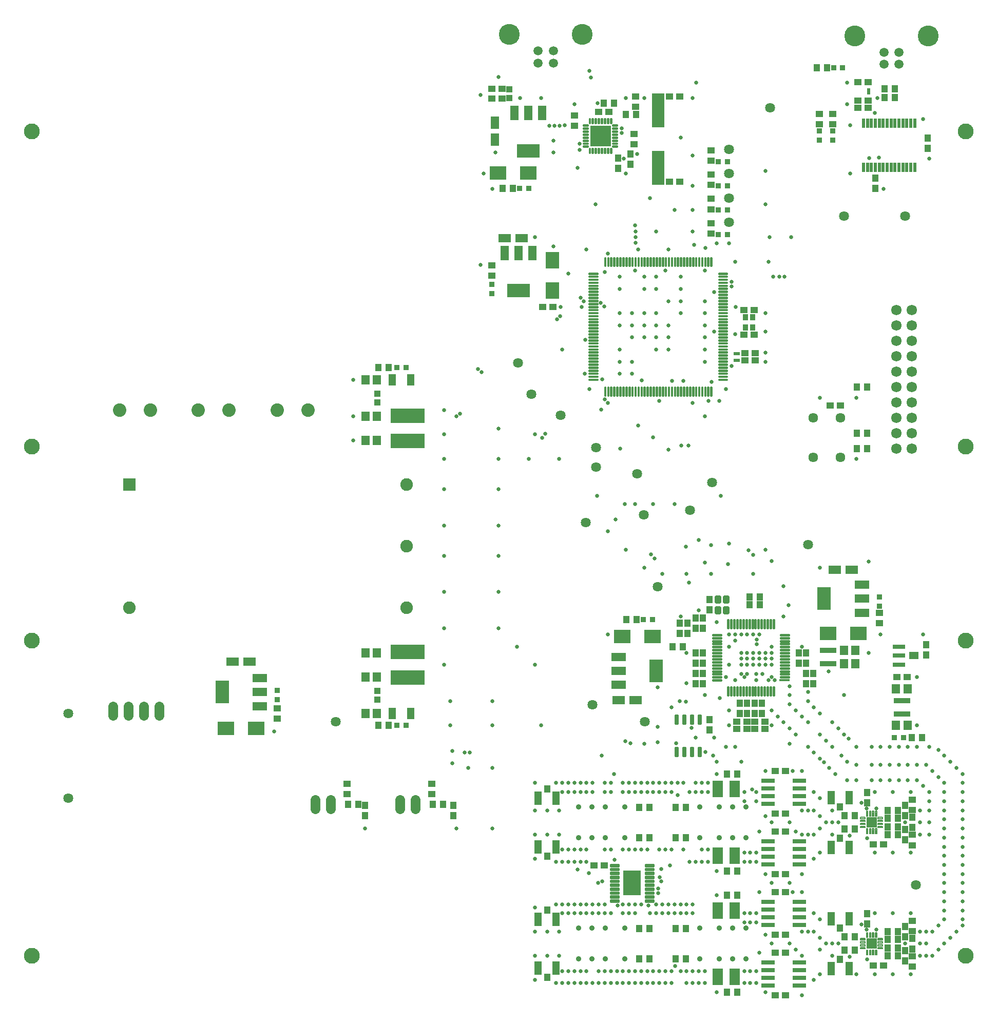
<source format=gts>
G04 EAGLE Gerber RS-274X export*
G75*
%MOMM*%
%FSLAX34Y34*%
%LPD*%
%INSoldermask Top*%
%IPPOS*%
%AMOC8*
5,1,8,0,0,1.08239X$1,22.5*%
G01*
%ADD10C,2.627000*%
%ADD11C,0.268619*%
%ADD12R,1.346000X2.362000*%
%ADD13R,3.727000X2.327000*%
%ADD14R,2.327000X2.727000*%
%ADD15R,2.127000X1.327000*%
%ADD16R,1.227000X1.127000*%
%ADD17C,1.612000*%
%ADD18R,1.127000X1.227000*%
%ADD19C,1.721969*%
%ADD20R,0.927000X1.127000*%
%ADD21C,0.309600*%
%ADD22R,3.427000X3.427000*%
%ADD23R,2.727000X2.327000*%
%ADD24R,1.327000X2.127000*%
%ADD25R,2.127000X5.627000*%
%ADD26R,1.127000X0.627000*%
%ADD27C,0.631119*%
%ADD28R,2.362000X1.346000*%
%ADD29R,2.327000X3.727000*%
%ADD30R,1.727000X0.439000*%
%ADD31C,0.439000*%
%ADD32R,0.927000X0.927000*%
%ADD33R,1.427000X1.627000*%
%ADD34R,2.827000X0.927000*%
%ADD35C,3.443000*%
%ADD36C,1.507000*%
%ADD37R,0.475000X1.524000*%
%ADD38R,0.527000X0.507000*%
%ADD39C,1.627000*%
%ADD40R,1.097000X1.127000*%
%ADD41C,0.193500*%
%ADD42R,1.787000X1.787000*%
%ADD43R,1.177000X2.327000*%
%ADD44R,1.127000X1.177000*%
%ADD45C,0.276259*%
%ADD46C,2.227000*%
%ADD47R,2.077000X2.077000*%
%ADD48C,2.077000*%
%ADD49R,1.187000X1.947000*%
%ADD50R,5.627000X2.427000*%
%ADD51R,2.327000X0.727000*%
%ADD52R,1.727000X2.827000*%
%ADD53C,0.881000*%
%ADD54C,0.230909*%
%ADD55R,2.967000X4.167000*%
%ADD56R,1.550000X1.265000*%
%ADD57R,2.127000X0.697000*%
%ADD58R,2.127000X0.777000*%
%ADD59C,1.627000*%
%ADD60C,0.652000*%


D10*
X1570000Y1460000D03*
X30000Y1460000D03*
X1570000Y940000D03*
X30000Y940000D03*
X1570000Y620000D03*
X30000Y620000D03*
X1570000Y100000D03*
X30000Y100000D03*
D11*
X1149808Y1237708D02*
X1149808Y1251892D01*
X1151192Y1251892D01*
X1151192Y1237708D01*
X1149808Y1237708D01*
X1149808Y1240260D02*
X1151192Y1240260D01*
X1151192Y1242812D02*
X1149808Y1242812D01*
X1149808Y1245364D02*
X1151192Y1245364D01*
X1151192Y1247916D02*
X1149808Y1247916D01*
X1149808Y1250468D02*
X1151192Y1250468D01*
X1144808Y1251892D02*
X1144808Y1237708D01*
X1144808Y1251892D02*
X1146192Y1251892D01*
X1146192Y1237708D01*
X1144808Y1237708D01*
X1144808Y1240260D02*
X1146192Y1240260D01*
X1146192Y1242812D02*
X1144808Y1242812D01*
X1144808Y1245364D02*
X1146192Y1245364D01*
X1146192Y1247916D02*
X1144808Y1247916D01*
X1144808Y1250468D02*
X1146192Y1250468D01*
X1139808Y1251892D02*
X1139808Y1237708D01*
X1139808Y1251892D02*
X1141192Y1251892D01*
X1141192Y1237708D01*
X1139808Y1237708D01*
X1139808Y1240260D02*
X1141192Y1240260D01*
X1141192Y1242812D02*
X1139808Y1242812D01*
X1139808Y1245364D02*
X1141192Y1245364D01*
X1141192Y1247916D02*
X1139808Y1247916D01*
X1139808Y1250468D02*
X1141192Y1250468D01*
X1134808Y1251892D02*
X1134808Y1237708D01*
X1134808Y1251892D02*
X1136192Y1251892D01*
X1136192Y1237708D01*
X1134808Y1237708D01*
X1134808Y1240260D02*
X1136192Y1240260D01*
X1136192Y1242812D02*
X1134808Y1242812D01*
X1134808Y1245364D02*
X1136192Y1245364D01*
X1136192Y1247916D02*
X1134808Y1247916D01*
X1134808Y1250468D02*
X1136192Y1250468D01*
X1129808Y1251892D02*
X1129808Y1237708D01*
X1129808Y1251892D02*
X1131192Y1251892D01*
X1131192Y1237708D01*
X1129808Y1237708D01*
X1129808Y1240260D02*
X1131192Y1240260D01*
X1131192Y1242812D02*
X1129808Y1242812D01*
X1129808Y1245364D02*
X1131192Y1245364D01*
X1131192Y1247916D02*
X1129808Y1247916D01*
X1129808Y1250468D02*
X1131192Y1250468D01*
X1124808Y1251892D02*
X1124808Y1237708D01*
X1124808Y1251892D02*
X1126192Y1251892D01*
X1126192Y1237708D01*
X1124808Y1237708D01*
X1124808Y1240260D02*
X1126192Y1240260D01*
X1126192Y1242812D02*
X1124808Y1242812D01*
X1124808Y1245364D02*
X1126192Y1245364D01*
X1126192Y1247916D02*
X1124808Y1247916D01*
X1124808Y1250468D02*
X1126192Y1250468D01*
X1119808Y1251892D02*
X1119808Y1237708D01*
X1119808Y1251892D02*
X1121192Y1251892D01*
X1121192Y1237708D01*
X1119808Y1237708D01*
X1119808Y1240260D02*
X1121192Y1240260D01*
X1121192Y1242812D02*
X1119808Y1242812D01*
X1119808Y1245364D02*
X1121192Y1245364D01*
X1121192Y1247916D02*
X1119808Y1247916D01*
X1119808Y1250468D02*
X1121192Y1250468D01*
X1114808Y1251892D02*
X1114808Y1237708D01*
X1114808Y1251892D02*
X1116192Y1251892D01*
X1116192Y1237708D01*
X1114808Y1237708D01*
X1114808Y1240260D02*
X1116192Y1240260D01*
X1116192Y1242812D02*
X1114808Y1242812D01*
X1114808Y1245364D02*
X1116192Y1245364D01*
X1116192Y1247916D02*
X1114808Y1247916D01*
X1114808Y1250468D02*
X1116192Y1250468D01*
X1109808Y1251892D02*
X1109808Y1237708D01*
X1109808Y1251892D02*
X1111192Y1251892D01*
X1111192Y1237708D01*
X1109808Y1237708D01*
X1109808Y1240260D02*
X1111192Y1240260D01*
X1111192Y1242812D02*
X1109808Y1242812D01*
X1109808Y1245364D02*
X1111192Y1245364D01*
X1111192Y1247916D02*
X1109808Y1247916D01*
X1109808Y1250468D02*
X1111192Y1250468D01*
X1104808Y1251892D02*
X1104808Y1237708D01*
X1104808Y1251892D02*
X1106192Y1251892D01*
X1106192Y1237708D01*
X1104808Y1237708D01*
X1104808Y1240260D02*
X1106192Y1240260D01*
X1106192Y1242812D02*
X1104808Y1242812D01*
X1104808Y1245364D02*
X1106192Y1245364D01*
X1106192Y1247916D02*
X1104808Y1247916D01*
X1104808Y1250468D02*
X1106192Y1250468D01*
X1099808Y1251892D02*
X1099808Y1237708D01*
X1099808Y1251892D02*
X1101192Y1251892D01*
X1101192Y1237708D01*
X1099808Y1237708D01*
X1099808Y1240260D02*
X1101192Y1240260D01*
X1101192Y1242812D02*
X1099808Y1242812D01*
X1099808Y1245364D02*
X1101192Y1245364D01*
X1101192Y1247916D02*
X1099808Y1247916D01*
X1099808Y1250468D02*
X1101192Y1250468D01*
X1094808Y1251892D02*
X1094808Y1237708D01*
X1094808Y1251892D02*
X1096192Y1251892D01*
X1096192Y1237708D01*
X1094808Y1237708D01*
X1094808Y1240260D02*
X1096192Y1240260D01*
X1096192Y1242812D02*
X1094808Y1242812D01*
X1094808Y1245364D02*
X1096192Y1245364D01*
X1096192Y1247916D02*
X1094808Y1247916D01*
X1094808Y1250468D02*
X1096192Y1250468D01*
X1089808Y1251892D02*
X1089808Y1237708D01*
X1089808Y1251892D02*
X1091192Y1251892D01*
X1091192Y1237708D01*
X1089808Y1237708D01*
X1089808Y1240260D02*
X1091192Y1240260D01*
X1091192Y1242812D02*
X1089808Y1242812D01*
X1089808Y1245364D02*
X1091192Y1245364D01*
X1091192Y1247916D02*
X1089808Y1247916D01*
X1089808Y1250468D02*
X1091192Y1250468D01*
X1084808Y1251892D02*
X1084808Y1237708D01*
X1084808Y1251892D02*
X1086192Y1251892D01*
X1086192Y1237708D01*
X1084808Y1237708D01*
X1084808Y1240260D02*
X1086192Y1240260D01*
X1086192Y1242812D02*
X1084808Y1242812D01*
X1084808Y1245364D02*
X1086192Y1245364D01*
X1086192Y1247916D02*
X1084808Y1247916D01*
X1084808Y1250468D02*
X1086192Y1250468D01*
X1079808Y1251892D02*
X1079808Y1237708D01*
X1079808Y1251892D02*
X1081192Y1251892D01*
X1081192Y1237708D01*
X1079808Y1237708D01*
X1079808Y1240260D02*
X1081192Y1240260D01*
X1081192Y1242812D02*
X1079808Y1242812D01*
X1079808Y1245364D02*
X1081192Y1245364D01*
X1081192Y1247916D02*
X1079808Y1247916D01*
X1079808Y1250468D02*
X1081192Y1250468D01*
X1074808Y1251892D02*
X1074808Y1237708D01*
X1074808Y1251892D02*
X1076192Y1251892D01*
X1076192Y1237708D01*
X1074808Y1237708D01*
X1074808Y1240260D02*
X1076192Y1240260D01*
X1076192Y1242812D02*
X1074808Y1242812D01*
X1074808Y1245364D02*
X1076192Y1245364D01*
X1076192Y1247916D02*
X1074808Y1247916D01*
X1074808Y1250468D02*
X1076192Y1250468D01*
X1069808Y1251892D02*
X1069808Y1237708D01*
X1069808Y1251892D02*
X1071192Y1251892D01*
X1071192Y1237708D01*
X1069808Y1237708D01*
X1069808Y1240260D02*
X1071192Y1240260D01*
X1071192Y1242812D02*
X1069808Y1242812D01*
X1069808Y1245364D02*
X1071192Y1245364D01*
X1071192Y1247916D02*
X1069808Y1247916D01*
X1069808Y1250468D02*
X1071192Y1250468D01*
X1064808Y1251892D02*
X1064808Y1237708D01*
X1064808Y1251892D02*
X1066192Y1251892D01*
X1066192Y1237708D01*
X1064808Y1237708D01*
X1064808Y1240260D02*
X1066192Y1240260D01*
X1066192Y1242812D02*
X1064808Y1242812D01*
X1064808Y1245364D02*
X1066192Y1245364D01*
X1066192Y1247916D02*
X1064808Y1247916D01*
X1064808Y1250468D02*
X1066192Y1250468D01*
X1059808Y1251892D02*
X1059808Y1237708D01*
X1059808Y1251892D02*
X1061192Y1251892D01*
X1061192Y1237708D01*
X1059808Y1237708D01*
X1059808Y1240260D02*
X1061192Y1240260D01*
X1061192Y1242812D02*
X1059808Y1242812D01*
X1059808Y1245364D02*
X1061192Y1245364D01*
X1061192Y1247916D02*
X1059808Y1247916D01*
X1059808Y1250468D02*
X1061192Y1250468D01*
X1054808Y1251892D02*
X1054808Y1237708D01*
X1054808Y1251892D02*
X1056192Y1251892D01*
X1056192Y1237708D01*
X1054808Y1237708D01*
X1054808Y1240260D02*
X1056192Y1240260D01*
X1056192Y1242812D02*
X1054808Y1242812D01*
X1054808Y1245364D02*
X1056192Y1245364D01*
X1056192Y1247916D02*
X1054808Y1247916D01*
X1054808Y1250468D02*
X1056192Y1250468D01*
X1049808Y1251892D02*
X1049808Y1237708D01*
X1049808Y1251892D02*
X1051192Y1251892D01*
X1051192Y1237708D01*
X1049808Y1237708D01*
X1049808Y1240260D02*
X1051192Y1240260D01*
X1051192Y1242812D02*
X1049808Y1242812D01*
X1049808Y1245364D02*
X1051192Y1245364D01*
X1051192Y1247916D02*
X1049808Y1247916D01*
X1049808Y1250468D02*
X1051192Y1250468D01*
X1044808Y1251892D02*
X1044808Y1237708D01*
X1044808Y1251892D02*
X1046192Y1251892D01*
X1046192Y1237708D01*
X1044808Y1237708D01*
X1044808Y1240260D02*
X1046192Y1240260D01*
X1046192Y1242812D02*
X1044808Y1242812D01*
X1044808Y1245364D02*
X1046192Y1245364D01*
X1046192Y1247916D02*
X1044808Y1247916D01*
X1044808Y1250468D02*
X1046192Y1250468D01*
X1039808Y1251892D02*
X1039808Y1237708D01*
X1039808Y1251892D02*
X1041192Y1251892D01*
X1041192Y1237708D01*
X1039808Y1237708D01*
X1039808Y1240260D02*
X1041192Y1240260D01*
X1041192Y1242812D02*
X1039808Y1242812D01*
X1039808Y1245364D02*
X1041192Y1245364D01*
X1041192Y1247916D02*
X1039808Y1247916D01*
X1039808Y1250468D02*
X1041192Y1250468D01*
X1034808Y1251892D02*
X1034808Y1237708D01*
X1034808Y1251892D02*
X1036192Y1251892D01*
X1036192Y1237708D01*
X1034808Y1237708D01*
X1034808Y1240260D02*
X1036192Y1240260D01*
X1036192Y1242812D02*
X1034808Y1242812D01*
X1034808Y1245364D02*
X1036192Y1245364D01*
X1036192Y1247916D02*
X1034808Y1247916D01*
X1034808Y1250468D02*
X1036192Y1250468D01*
X1029808Y1251892D02*
X1029808Y1237708D01*
X1029808Y1251892D02*
X1031192Y1251892D01*
X1031192Y1237708D01*
X1029808Y1237708D01*
X1029808Y1240260D02*
X1031192Y1240260D01*
X1031192Y1242812D02*
X1029808Y1242812D01*
X1029808Y1245364D02*
X1031192Y1245364D01*
X1031192Y1247916D02*
X1029808Y1247916D01*
X1029808Y1250468D02*
X1031192Y1250468D01*
X1024808Y1251892D02*
X1024808Y1237708D01*
X1024808Y1251892D02*
X1026192Y1251892D01*
X1026192Y1237708D01*
X1024808Y1237708D01*
X1024808Y1240260D02*
X1026192Y1240260D01*
X1026192Y1242812D02*
X1024808Y1242812D01*
X1024808Y1245364D02*
X1026192Y1245364D01*
X1026192Y1247916D02*
X1024808Y1247916D01*
X1024808Y1250468D02*
X1026192Y1250468D01*
X1019808Y1251892D02*
X1019808Y1237708D01*
X1019808Y1251892D02*
X1021192Y1251892D01*
X1021192Y1237708D01*
X1019808Y1237708D01*
X1019808Y1240260D02*
X1021192Y1240260D01*
X1021192Y1242812D02*
X1019808Y1242812D01*
X1019808Y1245364D02*
X1021192Y1245364D01*
X1021192Y1247916D02*
X1019808Y1247916D01*
X1019808Y1250468D02*
X1021192Y1250468D01*
X1014808Y1251892D02*
X1014808Y1237708D01*
X1014808Y1251892D02*
X1016192Y1251892D01*
X1016192Y1237708D01*
X1014808Y1237708D01*
X1014808Y1240260D02*
X1016192Y1240260D01*
X1016192Y1242812D02*
X1014808Y1242812D01*
X1014808Y1245364D02*
X1016192Y1245364D01*
X1016192Y1247916D02*
X1014808Y1247916D01*
X1014808Y1250468D02*
X1016192Y1250468D01*
X1009808Y1251892D02*
X1009808Y1237708D01*
X1009808Y1251892D02*
X1011192Y1251892D01*
X1011192Y1237708D01*
X1009808Y1237708D01*
X1009808Y1240260D02*
X1011192Y1240260D01*
X1011192Y1242812D02*
X1009808Y1242812D01*
X1009808Y1245364D02*
X1011192Y1245364D01*
X1011192Y1247916D02*
X1009808Y1247916D01*
X1009808Y1250468D02*
X1011192Y1250468D01*
X1004808Y1251892D02*
X1004808Y1237708D01*
X1004808Y1251892D02*
X1006192Y1251892D01*
X1006192Y1237708D01*
X1004808Y1237708D01*
X1004808Y1240260D02*
X1006192Y1240260D01*
X1006192Y1242812D02*
X1004808Y1242812D01*
X1004808Y1245364D02*
X1006192Y1245364D01*
X1006192Y1247916D02*
X1004808Y1247916D01*
X1004808Y1250468D02*
X1006192Y1250468D01*
X999808Y1251892D02*
X999808Y1237708D01*
X999808Y1251892D02*
X1001192Y1251892D01*
X1001192Y1237708D01*
X999808Y1237708D01*
X999808Y1240260D02*
X1001192Y1240260D01*
X1001192Y1242812D02*
X999808Y1242812D01*
X999808Y1245364D02*
X1001192Y1245364D01*
X1001192Y1247916D02*
X999808Y1247916D01*
X999808Y1250468D02*
X1001192Y1250468D01*
X994808Y1251892D02*
X994808Y1237708D01*
X994808Y1251892D02*
X996192Y1251892D01*
X996192Y1237708D01*
X994808Y1237708D01*
X994808Y1240260D02*
X996192Y1240260D01*
X996192Y1242812D02*
X994808Y1242812D01*
X994808Y1245364D02*
X996192Y1245364D01*
X996192Y1247916D02*
X994808Y1247916D01*
X994808Y1250468D02*
X996192Y1250468D01*
X989808Y1251892D02*
X989808Y1237708D01*
X989808Y1251892D02*
X991192Y1251892D01*
X991192Y1237708D01*
X989808Y1237708D01*
X989808Y1240260D02*
X991192Y1240260D01*
X991192Y1242812D02*
X989808Y1242812D01*
X989808Y1245364D02*
X991192Y1245364D01*
X991192Y1247916D02*
X989808Y1247916D01*
X989808Y1250468D02*
X991192Y1250468D01*
X984808Y1251892D02*
X984808Y1237708D01*
X984808Y1251892D02*
X986192Y1251892D01*
X986192Y1237708D01*
X984808Y1237708D01*
X984808Y1240260D02*
X986192Y1240260D01*
X986192Y1242812D02*
X984808Y1242812D01*
X984808Y1245364D02*
X986192Y1245364D01*
X986192Y1247916D02*
X984808Y1247916D01*
X984808Y1250468D02*
X986192Y1250468D01*
X979808Y1251892D02*
X979808Y1237708D01*
X979808Y1251892D02*
X981192Y1251892D01*
X981192Y1237708D01*
X979808Y1237708D01*
X979808Y1240260D02*
X981192Y1240260D01*
X981192Y1242812D02*
X979808Y1242812D01*
X979808Y1245364D02*
X981192Y1245364D01*
X981192Y1247916D02*
X979808Y1247916D01*
X979808Y1250468D02*
X981192Y1250468D01*
X974808Y1251892D02*
X974808Y1237708D01*
X974808Y1251892D02*
X976192Y1251892D01*
X976192Y1237708D01*
X974808Y1237708D01*
X974808Y1240260D02*
X976192Y1240260D01*
X976192Y1242812D02*
X974808Y1242812D01*
X974808Y1245364D02*
X976192Y1245364D01*
X976192Y1247916D02*
X974808Y1247916D01*
X974808Y1250468D02*
X976192Y1250468D01*
X974808Y1038292D02*
X974808Y1024108D01*
X974808Y1038292D02*
X976192Y1038292D01*
X976192Y1024108D01*
X974808Y1024108D01*
X974808Y1026660D02*
X976192Y1026660D01*
X976192Y1029212D02*
X974808Y1029212D01*
X974808Y1031764D02*
X976192Y1031764D01*
X976192Y1034316D02*
X974808Y1034316D01*
X974808Y1036868D02*
X976192Y1036868D01*
X979808Y1038292D02*
X979808Y1024108D01*
X979808Y1038292D02*
X981192Y1038292D01*
X981192Y1024108D01*
X979808Y1024108D01*
X979808Y1026660D02*
X981192Y1026660D01*
X981192Y1029212D02*
X979808Y1029212D01*
X979808Y1031764D02*
X981192Y1031764D01*
X981192Y1034316D02*
X979808Y1034316D01*
X979808Y1036868D02*
X981192Y1036868D01*
X984808Y1038292D02*
X984808Y1024108D01*
X984808Y1038292D02*
X986192Y1038292D01*
X986192Y1024108D01*
X984808Y1024108D01*
X984808Y1026660D02*
X986192Y1026660D01*
X986192Y1029212D02*
X984808Y1029212D01*
X984808Y1031764D02*
X986192Y1031764D01*
X986192Y1034316D02*
X984808Y1034316D01*
X984808Y1036868D02*
X986192Y1036868D01*
X989808Y1038292D02*
X989808Y1024108D01*
X989808Y1038292D02*
X991192Y1038292D01*
X991192Y1024108D01*
X989808Y1024108D01*
X989808Y1026660D02*
X991192Y1026660D01*
X991192Y1029212D02*
X989808Y1029212D01*
X989808Y1031764D02*
X991192Y1031764D01*
X991192Y1034316D02*
X989808Y1034316D01*
X989808Y1036868D02*
X991192Y1036868D01*
X994808Y1038292D02*
X994808Y1024108D01*
X994808Y1038292D02*
X996192Y1038292D01*
X996192Y1024108D01*
X994808Y1024108D01*
X994808Y1026660D02*
X996192Y1026660D01*
X996192Y1029212D02*
X994808Y1029212D01*
X994808Y1031764D02*
X996192Y1031764D01*
X996192Y1034316D02*
X994808Y1034316D01*
X994808Y1036868D02*
X996192Y1036868D01*
X999808Y1038292D02*
X999808Y1024108D01*
X999808Y1038292D02*
X1001192Y1038292D01*
X1001192Y1024108D01*
X999808Y1024108D01*
X999808Y1026660D02*
X1001192Y1026660D01*
X1001192Y1029212D02*
X999808Y1029212D01*
X999808Y1031764D02*
X1001192Y1031764D01*
X1001192Y1034316D02*
X999808Y1034316D01*
X999808Y1036868D02*
X1001192Y1036868D01*
X1004808Y1038292D02*
X1004808Y1024108D01*
X1004808Y1038292D02*
X1006192Y1038292D01*
X1006192Y1024108D01*
X1004808Y1024108D01*
X1004808Y1026660D02*
X1006192Y1026660D01*
X1006192Y1029212D02*
X1004808Y1029212D01*
X1004808Y1031764D02*
X1006192Y1031764D01*
X1006192Y1034316D02*
X1004808Y1034316D01*
X1004808Y1036868D02*
X1006192Y1036868D01*
X1009808Y1038292D02*
X1009808Y1024108D01*
X1009808Y1038292D02*
X1011192Y1038292D01*
X1011192Y1024108D01*
X1009808Y1024108D01*
X1009808Y1026660D02*
X1011192Y1026660D01*
X1011192Y1029212D02*
X1009808Y1029212D01*
X1009808Y1031764D02*
X1011192Y1031764D01*
X1011192Y1034316D02*
X1009808Y1034316D01*
X1009808Y1036868D02*
X1011192Y1036868D01*
X1014808Y1038292D02*
X1014808Y1024108D01*
X1014808Y1038292D02*
X1016192Y1038292D01*
X1016192Y1024108D01*
X1014808Y1024108D01*
X1014808Y1026660D02*
X1016192Y1026660D01*
X1016192Y1029212D02*
X1014808Y1029212D01*
X1014808Y1031764D02*
X1016192Y1031764D01*
X1016192Y1034316D02*
X1014808Y1034316D01*
X1014808Y1036868D02*
X1016192Y1036868D01*
X1019808Y1038292D02*
X1019808Y1024108D01*
X1019808Y1038292D02*
X1021192Y1038292D01*
X1021192Y1024108D01*
X1019808Y1024108D01*
X1019808Y1026660D02*
X1021192Y1026660D01*
X1021192Y1029212D02*
X1019808Y1029212D01*
X1019808Y1031764D02*
X1021192Y1031764D01*
X1021192Y1034316D02*
X1019808Y1034316D01*
X1019808Y1036868D02*
X1021192Y1036868D01*
X1024808Y1038292D02*
X1024808Y1024108D01*
X1024808Y1038292D02*
X1026192Y1038292D01*
X1026192Y1024108D01*
X1024808Y1024108D01*
X1024808Y1026660D02*
X1026192Y1026660D01*
X1026192Y1029212D02*
X1024808Y1029212D01*
X1024808Y1031764D02*
X1026192Y1031764D01*
X1026192Y1034316D02*
X1024808Y1034316D01*
X1024808Y1036868D02*
X1026192Y1036868D01*
X1029808Y1038292D02*
X1029808Y1024108D01*
X1029808Y1038292D02*
X1031192Y1038292D01*
X1031192Y1024108D01*
X1029808Y1024108D01*
X1029808Y1026660D02*
X1031192Y1026660D01*
X1031192Y1029212D02*
X1029808Y1029212D01*
X1029808Y1031764D02*
X1031192Y1031764D01*
X1031192Y1034316D02*
X1029808Y1034316D01*
X1029808Y1036868D02*
X1031192Y1036868D01*
X1034808Y1038292D02*
X1034808Y1024108D01*
X1034808Y1038292D02*
X1036192Y1038292D01*
X1036192Y1024108D01*
X1034808Y1024108D01*
X1034808Y1026660D02*
X1036192Y1026660D01*
X1036192Y1029212D02*
X1034808Y1029212D01*
X1034808Y1031764D02*
X1036192Y1031764D01*
X1036192Y1034316D02*
X1034808Y1034316D01*
X1034808Y1036868D02*
X1036192Y1036868D01*
X1039808Y1038292D02*
X1039808Y1024108D01*
X1039808Y1038292D02*
X1041192Y1038292D01*
X1041192Y1024108D01*
X1039808Y1024108D01*
X1039808Y1026660D02*
X1041192Y1026660D01*
X1041192Y1029212D02*
X1039808Y1029212D01*
X1039808Y1031764D02*
X1041192Y1031764D01*
X1041192Y1034316D02*
X1039808Y1034316D01*
X1039808Y1036868D02*
X1041192Y1036868D01*
X1044808Y1038292D02*
X1044808Y1024108D01*
X1044808Y1038292D02*
X1046192Y1038292D01*
X1046192Y1024108D01*
X1044808Y1024108D01*
X1044808Y1026660D02*
X1046192Y1026660D01*
X1046192Y1029212D02*
X1044808Y1029212D01*
X1044808Y1031764D02*
X1046192Y1031764D01*
X1046192Y1034316D02*
X1044808Y1034316D01*
X1044808Y1036868D02*
X1046192Y1036868D01*
X1049808Y1038292D02*
X1049808Y1024108D01*
X1049808Y1038292D02*
X1051192Y1038292D01*
X1051192Y1024108D01*
X1049808Y1024108D01*
X1049808Y1026660D02*
X1051192Y1026660D01*
X1051192Y1029212D02*
X1049808Y1029212D01*
X1049808Y1031764D02*
X1051192Y1031764D01*
X1051192Y1034316D02*
X1049808Y1034316D01*
X1049808Y1036868D02*
X1051192Y1036868D01*
X1054808Y1038292D02*
X1054808Y1024108D01*
X1054808Y1038292D02*
X1056192Y1038292D01*
X1056192Y1024108D01*
X1054808Y1024108D01*
X1054808Y1026660D02*
X1056192Y1026660D01*
X1056192Y1029212D02*
X1054808Y1029212D01*
X1054808Y1031764D02*
X1056192Y1031764D01*
X1056192Y1034316D02*
X1054808Y1034316D01*
X1054808Y1036868D02*
X1056192Y1036868D01*
X1059808Y1038292D02*
X1059808Y1024108D01*
X1059808Y1038292D02*
X1061192Y1038292D01*
X1061192Y1024108D01*
X1059808Y1024108D01*
X1059808Y1026660D02*
X1061192Y1026660D01*
X1061192Y1029212D02*
X1059808Y1029212D01*
X1059808Y1031764D02*
X1061192Y1031764D01*
X1061192Y1034316D02*
X1059808Y1034316D01*
X1059808Y1036868D02*
X1061192Y1036868D01*
X1064808Y1038292D02*
X1064808Y1024108D01*
X1064808Y1038292D02*
X1066192Y1038292D01*
X1066192Y1024108D01*
X1064808Y1024108D01*
X1064808Y1026660D02*
X1066192Y1026660D01*
X1066192Y1029212D02*
X1064808Y1029212D01*
X1064808Y1031764D02*
X1066192Y1031764D01*
X1066192Y1034316D02*
X1064808Y1034316D01*
X1064808Y1036868D02*
X1066192Y1036868D01*
X1069808Y1038292D02*
X1069808Y1024108D01*
X1069808Y1038292D02*
X1071192Y1038292D01*
X1071192Y1024108D01*
X1069808Y1024108D01*
X1069808Y1026660D02*
X1071192Y1026660D01*
X1071192Y1029212D02*
X1069808Y1029212D01*
X1069808Y1031764D02*
X1071192Y1031764D01*
X1071192Y1034316D02*
X1069808Y1034316D01*
X1069808Y1036868D02*
X1071192Y1036868D01*
X1074808Y1038292D02*
X1074808Y1024108D01*
X1074808Y1038292D02*
X1076192Y1038292D01*
X1076192Y1024108D01*
X1074808Y1024108D01*
X1074808Y1026660D02*
X1076192Y1026660D01*
X1076192Y1029212D02*
X1074808Y1029212D01*
X1074808Y1031764D02*
X1076192Y1031764D01*
X1076192Y1034316D02*
X1074808Y1034316D01*
X1074808Y1036868D02*
X1076192Y1036868D01*
X1079808Y1038292D02*
X1079808Y1024108D01*
X1079808Y1038292D02*
X1081192Y1038292D01*
X1081192Y1024108D01*
X1079808Y1024108D01*
X1079808Y1026660D02*
X1081192Y1026660D01*
X1081192Y1029212D02*
X1079808Y1029212D01*
X1079808Y1031764D02*
X1081192Y1031764D01*
X1081192Y1034316D02*
X1079808Y1034316D01*
X1079808Y1036868D02*
X1081192Y1036868D01*
X1084808Y1038292D02*
X1084808Y1024108D01*
X1084808Y1038292D02*
X1086192Y1038292D01*
X1086192Y1024108D01*
X1084808Y1024108D01*
X1084808Y1026660D02*
X1086192Y1026660D01*
X1086192Y1029212D02*
X1084808Y1029212D01*
X1084808Y1031764D02*
X1086192Y1031764D01*
X1086192Y1034316D02*
X1084808Y1034316D01*
X1084808Y1036868D02*
X1086192Y1036868D01*
X1089808Y1038292D02*
X1089808Y1024108D01*
X1089808Y1038292D02*
X1091192Y1038292D01*
X1091192Y1024108D01*
X1089808Y1024108D01*
X1089808Y1026660D02*
X1091192Y1026660D01*
X1091192Y1029212D02*
X1089808Y1029212D01*
X1089808Y1031764D02*
X1091192Y1031764D01*
X1091192Y1034316D02*
X1089808Y1034316D01*
X1089808Y1036868D02*
X1091192Y1036868D01*
X1094808Y1038292D02*
X1094808Y1024108D01*
X1094808Y1038292D02*
X1096192Y1038292D01*
X1096192Y1024108D01*
X1094808Y1024108D01*
X1094808Y1026660D02*
X1096192Y1026660D01*
X1096192Y1029212D02*
X1094808Y1029212D01*
X1094808Y1031764D02*
X1096192Y1031764D01*
X1096192Y1034316D02*
X1094808Y1034316D01*
X1094808Y1036868D02*
X1096192Y1036868D01*
X1099808Y1038292D02*
X1099808Y1024108D01*
X1099808Y1038292D02*
X1101192Y1038292D01*
X1101192Y1024108D01*
X1099808Y1024108D01*
X1099808Y1026660D02*
X1101192Y1026660D01*
X1101192Y1029212D02*
X1099808Y1029212D01*
X1099808Y1031764D02*
X1101192Y1031764D01*
X1101192Y1034316D02*
X1099808Y1034316D01*
X1099808Y1036868D02*
X1101192Y1036868D01*
X1104808Y1038292D02*
X1104808Y1024108D01*
X1104808Y1038292D02*
X1106192Y1038292D01*
X1106192Y1024108D01*
X1104808Y1024108D01*
X1104808Y1026660D02*
X1106192Y1026660D01*
X1106192Y1029212D02*
X1104808Y1029212D01*
X1104808Y1031764D02*
X1106192Y1031764D01*
X1106192Y1034316D02*
X1104808Y1034316D01*
X1104808Y1036868D02*
X1106192Y1036868D01*
X1109808Y1038292D02*
X1109808Y1024108D01*
X1109808Y1038292D02*
X1111192Y1038292D01*
X1111192Y1024108D01*
X1109808Y1024108D01*
X1109808Y1026660D02*
X1111192Y1026660D01*
X1111192Y1029212D02*
X1109808Y1029212D01*
X1109808Y1031764D02*
X1111192Y1031764D01*
X1111192Y1034316D02*
X1109808Y1034316D01*
X1109808Y1036868D02*
X1111192Y1036868D01*
X1114808Y1038292D02*
X1114808Y1024108D01*
X1114808Y1038292D02*
X1116192Y1038292D01*
X1116192Y1024108D01*
X1114808Y1024108D01*
X1114808Y1026660D02*
X1116192Y1026660D01*
X1116192Y1029212D02*
X1114808Y1029212D01*
X1114808Y1031764D02*
X1116192Y1031764D01*
X1116192Y1034316D02*
X1114808Y1034316D01*
X1114808Y1036868D02*
X1116192Y1036868D01*
X1119808Y1038292D02*
X1119808Y1024108D01*
X1119808Y1038292D02*
X1121192Y1038292D01*
X1121192Y1024108D01*
X1119808Y1024108D01*
X1119808Y1026660D02*
X1121192Y1026660D01*
X1121192Y1029212D02*
X1119808Y1029212D01*
X1119808Y1031764D02*
X1121192Y1031764D01*
X1121192Y1034316D02*
X1119808Y1034316D01*
X1119808Y1036868D02*
X1121192Y1036868D01*
X1124808Y1038292D02*
X1124808Y1024108D01*
X1124808Y1038292D02*
X1126192Y1038292D01*
X1126192Y1024108D01*
X1124808Y1024108D01*
X1124808Y1026660D02*
X1126192Y1026660D01*
X1126192Y1029212D02*
X1124808Y1029212D01*
X1124808Y1031764D02*
X1126192Y1031764D01*
X1126192Y1034316D02*
X1124808Y1034316D01*
X1124808Y1036868D02*
X1126192Y1036868D01*
X1129808Y1038292D02*
X1129808Y1024108D01*
X1129808Y1038292D02*
X1131192Y1038292D01*
X1131192Y1024108D01*
X1129808Y1024108D01*
X1129808Y1026660D02*
X1131192Y1026660D01*
X1131192Y1029212D02*
X1129808Y1029212D01*
X1129808Y1031764D02*
X1131192Y1031764D01*
X1131192Y1034316D02*
X1129808Y1034316D01*
X1129808Y1036868D02*
X1131192Y1036868D01*
X1134808Y1038292D02*
X1134808Y1024108D01*
X1134808Y1038292D02*
X1136192Y1038292D01*
X1136192Y1024108D01*
X1134808Y1024108D01*
X1134808Y1026660D02*
X1136192Y1026660D01*
X1136192Y1029212D02*
X1134808Y1029212D01*
X1134808Y1031764D02*
X1136192Y1031764D01*
X1136192Y1034316D02*
X1134808Y1034316D01*
X1134808Y1036868D02*
X1136192Y1036868D01*
X1139808Y1038292D02*
X1139808Y1024108D01*
X1139808Y1038292D02*
X1141192Y1038292D01*
X1141192Y1024108D01*
X1139808Y1024108D01*
X1139808Y1026660D02*
X1141192Y1026660D01*
X1141192Y1029212D02*
X1139808Y1029212D01*
X1139808Y1031764D02*
X1141192Y1031764D01*
X1141192Y1034316D02*
X1139808Y1034316D01*
X1139808Y1036868D02*
X1141192Y1036868D01*
X1144808Y1038292D02*
X1144808Y1024108D01*
X1144808Y1038292D02*
X1146192Y1038292D01*
X1146192Y1024108D01*
X1144808Y1024108D01*
X1144808Y1026660D02*
X1146192Y1026660D01*
X1146192Y1029212D02*
X1144808Y1029212D01*
X1144808Y1031764D02*
X1146192Y1031764D01*
X1146192Y1034316D02*
X1144808Y1034316D01*
X1144808Y1036868D02*
X1146192Y1036868D01*
X1149808Y1038292D02*
X1149808Y1024108D01*
X1149808Y1038292D02*
X1151192Y1038292D01*
X1151192Y1024108D01*
X1149808Y1024108D01*
X1149808Y1026660D02*
X1151192Y1026660D01*
X1151192Y1029212D02*
X1149808Y1029212D01*
X1149808Y1031764D02*
X1151192Y1031764D01*
X1151192Y1034316D02*
X1149808Y1034316D01*
X1149808Y1036868D02*
X1151192Y1036868D01*
X1162708Y1051192D02*
X1176892Y1051192D01*
X1176892Y1049808D01*
X1162708Y1049808D01*
X1162708Y1051192D01*
X1162708Y1056192D02*
X1176892Y1056192D01*
X1176892Y1054808D01*
X1162708Y1054808D01*
X1162708Y1056192D01*
X1162708Y1061192D02*
X1176892Y1061192D01*
X1176892Y1059808D01*
X1162708Y1059808D01*
X1162708Y1061192D01*
X1162708Y1066192D02*
X1176892Y1066192D01*
X1176892Y1064808D01*
X1162708Y1064808D01*
X1162708Y1066192D01*
X1162708Y1071192D02*
X1176892Y1071192D01*
X1176892Y1069808D01*
X1162708Y1069808D01*
X1162708Y1071192D01*
X1162708Y1076192D02*
X1176892Y1076192D01*
X1176892Y1074808D01*
X1162708Y1074808D01*
X1162708Y1076192D01*
X1162708Y1081192D02*
X1176892Y1081192D01*
X1176892Y1079808D01*
X1162708Y1079808D01*
X1162708Y1081192D01*
X1162708Y1086192D02*
X1176892Y1086192D01*
X1176892Y1084808D01*
X1162708Y1084808D01*
X1162708Y1086192D01*
X1162708Y1091192D02*
X1176892Y1091192D01*
X1176892Y1089808D01*
X1162708Y1089808D01*
X1162708Y1091192D01*
X1162708Y1096192D02*
X1176892Y1096192D01*
X1176892Y1094808D01*
X1162708Y1094808D01*
X1162708Y1096192D01*
X1162708Y1101192D02*
X1176892Y1101192D01*
X1176892Y1099808D01*
X1162708Y1099808D01*
X1162708Y1101192D01*
X1162708Y1106192D02*
X1176892Y1106192D01*
X1176892Y1104808D01*
X1162708Y1104808D01*
X1162708Y1106192D01*
X1162708Y1111192D02*
X1176892Y1111192D01*
X1176892Y1109808D01*
X1162708Y1109808D01*
X1162708Y1111192D01*
X1162708Y1116192D02*
X1176892Y1116192D01*
X1176892Y1114808D01*
X1162708Y1114808D01*
X1162708Y1116192D01*
X1162708Y1121192D02*
X1176892Y1121192D01*
X1176892Y1119808D01*
X1162708Y1119808D01*
X1162708Y1121192D01*
X1162708Y1126192D02*
X1176892Y1126192D01*
X1176892Y1124808D01*
X1162708Y1124808D01*
X1162708Y1126192D01*
X1162708Y1131192D02*
X1176892Y1131192D01*
X1176892Y1129808D01*
X1162708Y1129808D01*
X1162708Y1131192D01*
X1162708Y1136192D02*
X1176892Y1136192D01*
X1176892Y1134808D01*
X1162708Y1134808D01*
X1162708Y1136192D01*
X1162708Y1141192D02*
X1176892Y1141192D01*
X1176892Y1139808D01*
X1162708Y1139808D01*
X1162708Y1141192D01*
X1162708Y1146192D02*
X1176892Y1146192D01*
X1176892Y1144808D01*
X1162708Y1144808D01*
X1162708Y1146192D01*
X1162708Y1151192D02*
X1176892Y1151192D01*
X1176892Y1149808D01*
X1162708Y1149808D01*
X1162708Y1151192D01*
X1162708Y1156192D02*
X1176892Y1156192D01*
X1176892Y1154808D01*
X1162708Y1154808D01*
X1162708Y1156192D01*
X1162708Y1161192D02*
X1176892Y1161192D01*
X1176892Y1159808D01*
X1162708Y1159808D01*
X1162708Y1161192D01*
X1162708Y1166192D02*
X1176892Y1166192D01*
X1176892Y1164808D01*
X1162708Y1164808D01*
X1162708Y1166192D01*
X1162708Y1171192D02*
X1176892Y1171192D01*
X1176892Y1169808D01*
X1162708Y1169808D01*
X1162708Y1171192D01*
X1162708Y1176192D02*
X1176892Y1176192D01*
X1176892Y1174808D01*
X1162708Y1174808D01*
X1162708Y1176192D01*
X1162708Y1181192D02*
X1176892Y1181192D01*
X1176892Y1179808D01*
X1162708Y1179808D01*
X1162708Y1181192D01*
X1162708Y1186192D02*
X1176892Y1186192D01*
X1176892Y1184808D01*
X1162708Y1184808D01*
X1162708Y1186192D01*
X1162708Y1191192D02*
X1176892Y1191192D01*
X1176892Y1189808D01*
X1162708Y1189808D01*
X1162708Y1191192D01*
X1162708Y1196192D02*
X1176892Y1196192D01*
X1176892Y1194808D01*
X1162708Y1194808D01*
X1162708Y1196192D01*
X1162708Y1201192D02*
X1176892Y1201192D01*
X1176892Y1199808D01*
X1162708Y1199808D01*
X1162708Y1201192D01*
X1162708Y1206192D02*
X1176892Y1206192D01*
X1176892Y1204808D01*
X1162708Y1204808D01*
X1162708Y1206192D01*
X1162708Y1211192D02*
X1176892Y1211192D01*
X1176892Y1209808D01*
X1162708Y1209808D01*
X1162708Y1211192D01*
X1162708Y1216192D02*
X1176892Y1216192D01*
X1176892Y1214808D01*
X1162708Y1214808D01*
X1162708Y1216192D01*
X1162708Y1221192D02*
X1176892Y1221192D01*
X1176892Y1219808D01*
X1162708Y1219808D01*
X1162708Y1221192D01*
X1162708Y1226192D02*
X1176892Y1226192D01*
X1176892Y1224808D01*
X1162708Y1224808D01*
X1162708Y1226192D01*
X963292Y1226192D02*
X949108Y1226192D01*
X963292Y1226192D02*
X963292Y1224808D01*
X949108Y1224808D01*
X949108Y1226192D01*
X949108Y1221192D02*
X963292Y1221192D01*
X963292Y1219808D01*
X949108Y1219808D01*
X949108Y1221192D01*
X949108Y1216192D02*
X963292Y1216192D01*
X963292Y1214808D01*
X949108Y1214808D01*
X949108Y1216192D01*
X949108Y1211192D02*
X963292Y1211192D01*
X963292Y1209808D01*
X949108Y1209808D01*
X949108Y1211192D01*
X949108Y1206192D02*
X963292Y1206192D01*
X963292Y1204808D01*
X949108Y1204808D01*
X949108Y1206192D01*
X949108Y1201192D02*
X963292Y1201192D01*
X963292Y1199808D01*
X949108Y1199808D01*
X949108Y1201192D01*
X949108Y1196192D02*
X963292Y1196192D01*
X963292Y1194808D01*
X949108Y1194808D01*
X949108Y1196192D01*
X949108Y1191192D02*
X963292Y1191192D01*
X963292Y1189808D01*
X949108Y1189808D01*
X949108Y1191192D01*
X949108Y1186192D02*
X963292Y1186192D01*
X963292Y1184808D01*
X949108Y1184808D01*
X949108Y1186192D01*
X949108Y1181192D02*
X963292Y1181192D01*
X963292Y1179808D01*
X949108Y1179808D01*
X949108Y1181192D01*
X949108Y1176192D02*
X963292Y1176192D01*
X963292Y1174808D01*
X949108Y1174808D01*
X949108Y1176192D01*
X949108Y1171192D02*
X963292Y1171192D01*
X963292Y1169808D01*
X949108Y1169808D01*
X949108Y1171192D01*
X949108Y1166192D02*
X963292Y1166192D01*
X963292Y1164808D01*
X949108Y1164808D01*
X949108Y1166192D01*
X949108Y1161192D02*
X963292Y1161192D01*
X963292Y1159808D01*
X949108Y1159808D01*
X949108Y1161192D01*
X949108Y1156192D02*
X963292Y1156192D01*
X963292Y1154808D01*
X949108Y1154808D01*
X949108Y1156192D01*
X949108Y1151192D02*
X963292Y1151192D01*
X963292Y1149808D01*
X949108Y1149808D01*
X949108Y1151192D01*
X949108Y1146192D02*
X963292Y1146192D01*
X963292Y1144808D01*
X949108Y1144808D01*
X949108Y1146192D01*
X949108Y1141192D02*
X963292Y1141192D01*
X963292Y1139808D01*
X949108Y1139808D01*
X949108Y1141192D01*
X949108Y1136192D02*
X963292Y1136192D01*
X963292Y1134808D01*
X949108Y1134808D01*
X949108Y1136192D01*
X949108Y1131192D02*
X963292Y1131192D01*
X963292Y1129808D01*
X949108Y1129808D01*
X949108Y1131192D01*
X949108Y1126192D02*
X963292Y1126192D01*
X963292Y1124808D01*
X949108Y1124808D01*
X949108Y1126192D01*
X949108Y1121192D02*
X963292Y1121192D01*
X963292Y1119808D01*
X949108Y1119808D01*
X949108Y1121192D01*
X949108Y1116192D02*
X963292Y1116192D01*
X963292Y1114808D01*
X949108Y1114808D01*
X949108Y1116192D01*
X949108Y1111192D02*
X963292Y1111192D01*
X963292Y1109808D01*
X949108Y1109808D01*
X949108Y1111192D01*
X949108Y1106192D02*
X963292Y1106192D01*
X963292Y1104808D01*
X949108Y1104808D01*
X949108Y1106192D01*
X949108Y1101192D02*
X963292Y1101192D01*
X963292Y1099808D01*
X949108Y1099808D01*
X949108Y1101192D01*
X949108Y1096192D02*
X963292Y1096192D01*
X963292Y1094808D01*
X949108Y1094808D01*
X949108Y1096192D01*
X949108Y1091192D02*
X963292Y1091192D01*
X963292Y1089808D01*
X949108Y1089808D01*
X949108Y1091192D01*
X949108Y1086192D02*
X963292Y1086192D01*
X963292Y1084808D01*
X949108Y1084808D01*
X949108Y1086192D01*
X949108Y1081192D02*
X963292Y1081192D01*
X963292Y1079808D01*
X949108Y1079808D01*
X949108Y1081192D01*
X949108Y1076192D02*
X963292Y1076192D01*
X963292Y1074808D01*
X949108Y1074808D01*
X949108Y1076192D01*
X949108Y1071192D02*
X963292Y1071192D01*
X963292Y1069808D01*
X949108Y1069808D01*
X949108Y1071192D01*
X949108Y1066192D02*
X963292Y1066192D01*
X963292Y1064808D01*
X949108Y1064808D01*
X949108Y1066192D01*
X949108Y1061192D02*
X963292Y1061192D01*
X963292Y1059808D01*
X949108Y1059808D01*
X949108Y1061192D01*
X949108Y1056192D02*
X963292Y1056192D01*
X963292Y1054808D01*
X949108Y1054808D01*
X949108Y1056192D01*
X949108Y1051192D02*
X963292Y1051192D01*
X963292Y1049808D01*
X949108Y1049808D01*
X949108Y1051192D01*
D12*
X856110Y1258990D03*
X833000Y1258990D03*
X809890Y1258990D03*
D13*
X833000Y1197010D03*
D14*
X889000Y1197000D03*
X889000Y1247000D03*
D15*
X810000Y1284000D03*
X838000Y1284000D03*
D16*
X889500Y1170500D03*
X872500Y1170500D03*
D17*
X1318500Y922000D03*
X1318500Y987000D03*
X1363500Y922000D03*
X1363500Y987000D03*
D16*
X1364000Y1008000D03*
X1347000Y1008000D03*
D18*
X1390500Y1038000D03*
X1407500Y1038000D03*
X1390500Y962000D03*
X1407500Y962000D03*
X1390500Y937000D03*
X1407500Y937000D03*
D19*
X1456400Y1165300D03*
X1481800Y1165300D03*
X1456400Y1139900D03*
X1481800Y1139900D03*
X1456400Y1114500D03*
X1481800Y1114500D03*
X1456400Y1089100D03*
X1481800Y1089100D03*
X1456400Y1063700D03*
X1481800Y1063700D03*
X1456400Y1038300D03*
X1481800Y1038300D03*
X1456400Y1012900D03*
X1481800Y1012900D03*
X1456400Y987500D03*
X1481800Y987500D03*
X1456400Y962100D03*
X1481800Y962100D03*
X1456400Y936700D03*
X1481800Y936700D03*
D16*
X1204500Y1165500D03*
X1221500Y1165500D03*
X1221500Y1124500D03*
X1204500Y1124500D03*
D20*
X1207000Y1153750D03*
X1207000Y1136250D03*
X1219000Y1136250D03*
X1219000Y1153750D03*
D21*
X985113Y1472963D02*
X985113Y1479737D01*
X985887Y1479737D01*
X985887Y1472963D01*
X985113Y1472963D01*
X985113Y1475904D02*
X985887Y1475904D01*
X985887Y1478845D02*
X985113Y1478845D01*
X980113Y1479737D02*
X980113Y1472963D01*
X980113Y1479737D02*
X980887Y1479737D01*
X980887Y1472963D01*
X980113Y1472963D01*
X980113Y1475904D02*
X980887Y1475904D01*
X980887Y1478845D02*
X980113Y1478845D01*
X975113Y1479737D02*
X975113Y1472963D01*
X975113Y1479737D02*
X975887Y1479737D01*
X975887Y1472963D01*
X975113Y1472963D01*
X975113Y1475904D02*
X975887Y1475904D01*
X975887Y1478845D02*
X975113Y1478845D01*
X970113Y1479737D02*
X970113Y1472963D01*
X970113Y1479737D02*
X970887Y1479737D01*
X970887Y1472963D01*
X970113Y1472963D01*
X970113Y1475904D02*
X970887Y1475904D01*
X970887Y1478845D02*
X970113Y1478845D01*
X965113Y1479737D02*
X965113Y1472963D01*
X965113Y1479737D02*
X965887Y1479737D01*
X965887Y1472963D01*
X965113Y1472963D01*
X965113Y1475904D02*
X965887Y1475904D01*
X965887Y1478845D02*
X965113Y1478845D01*
X960113Y1479737D02*
X960113Y1472963D01*
X960113Y1479737D02*
X960887Y1479737D01*
X960887Y1472963D01*
X960113Y1472963D01*
X960113Y1475904D02*
X960887Y1475904D01*
X960887Y1478845D02*
X960113Y1478845D01*
X955113Y1479737D02*
X955113Y1472963D01*
X955113Y1479737D02*
X955887Y1479737D01*
X955887Y1472963D01*
X955113Y1472963D01*
X955113Y1475904D02*
X955887Y1475904D01*
X955887Y1478845D02*
X955113Y1478845D01*
X950113Y1479737D02*
X950113Y1472963D01*
X950113Y1479737D02*
X950887Y1479737D01*
X950887Y1472963D01*
X950113Y1472963D01*
X950113Y1475904D02*
X950887Y1475904D01*
X950887Y1478845D02*
X950113Y1478845D01*
X947037Y1469113D02*
X940263Y1469113D01*
X940263Y1469887D01*
X947037Y1469887D01*
X947037Y1469113D01*
X947037Y1464113D02*
X940263Y1464113D01*
X940263Y1464887D01*
X947037Y1464887D01*
X947037Y1464113D01*
X947037Y1459113D02*
X940263Y1459113D01*
X940263Y1459887D01*
X947037Y1459887D01*
X947037Y1459113D01*
X947037Y1454113D02*
X940263Y1454113D01*
X940263Y1454887D01*
X947037Y1454887D01*
X947037Y1454113D01*
X947037Y1449113D02*
X940263Y1449113D01*
X940263Y1449887D01*
X947037Y1449887D01*
X947037Y1449113D01*
X947037Y1444113D02*
X940263Y1444113D01*
X940263Y1444887D01*
X947037Y1444887D01*
X947037Y1444113D01*
X947037Y1439113D02*
X940263Y1439113D01*
X940263Y1439887D01*
X947037Y1439887D01*
X947037Y1439113D01*
X947037Y1434113D02*
X940263Y1434113D01*
X940263Y1434887D01*
X947037Y1434887D01*
X947037Y1434113D01*
X950113Y1431037D02*
X950113Y1424263D01*
X950113Y1431037D02*
X950887Y1431037D01*
X950887Y1424263D01*
X950113Y1424263D01*
X950113Y1427204D02*
X950887Y1427204D01*
X950887Y1430145D02*
X950113Y1430145D01*
X955113Y1431037D02*
X955113Y1424263D01*
X955113Y1431037D02*
X955887Y1431037D01*
X955887Y1424263D01*
X955113Y1424263D01*
X955113Y1427204D02*
X955887Y1427204D01*
X955887Y1430145D02*
X955113Y1430145D01*
X960113Y1431037D02*
X960113Y1424263D01*
X960113Y1431037D02*
X960887Y1431037D01*
X960887Y1424263D01*
X960113Y1424263D01*
X960113Y1427204D02*
X960887Y1427204D01*
X960887Y1430145D02*
X960113Y1430145D01*
X965113Y1431037D02*
X965113Y1424263D01*
X965113Y1431037D02*
X965887Y1431037D01*
X965887Y1424263D01*
X965113Y1424263D01*
X965113Y1427204D02*
X965887Y1427204D01*
X965887Y1430145D02*
X965113Y1430145D01*
X970113Y1431037D02*
X970113Y1424263D01*
X970113Y1431037D02*
X970887Y1431037D01*
X970887Y1424263D01*
X970113Y1424263D01*
X970113Y1427204D02*
X970887Y1427204D01*
X970887Y1430145D02*
X970113Y1430145D01*
X975113Y1431037D02*
X975113Y1424263D01*
X975113Y1431037D02*
X975887Y1431037D01*
X975887Y1424263D01*
X975113Y1424263D01*
X975113Y1427204D02*
X975887Y1427204D01*
X975887Y1430145D02*
X975113Y1430145D01*
X980113Y1431037D02*
X980113Y1424263D01*
X980113Y1431037D02*
X980887Y1431037D01*
X980887Y1424263D01*
X980113Y1424263D01*
X980113Y1427204D02*
X980887Y1427204D01*
X980887Y1430145D02*
X980113Y1430145D01*
X985113Y1431037D02*
X985113Y1424263D01*
X985113Y1431037D02*
X985887Y1431037D01*
X985887Y1424263D01*
X985113Y1424263D01*
X985113Y1427204D02*
X985887Y1427204D01*
X985887Y1430145D02*
X985113Y1430145D01*
X988963Y1434113D02*
X995737Y1434113D01*
X988963Y1434113D02*
X988963Y1434887D01*
X995737Y1434887D01*
X995737Y1434113D01*
X995737Y1439113D02*
X988963Y1439113D01*
X988963Y1439887D01*
X995737Y1439887D01*
X995737Y1439113D01*
X995737Y1444113D02*
X988963Y1444113D01*
X988963Y1444887D01*
X995737Y1444887D01*
X995737Y1444113D01*
X995737Y1449113D02*
X988963Y1449113D01*
X988963Y1449887D01*
X995737Y1449887D01*
X995737Y1449113D01*
X995737Y1454113D02*
X988963Y1454113D01*
X988963Y1454887D01*
X995737Y1454887D01*
X995737Y1454113D01*
X995737Y1459113D02*
X988963Y1459113D01*
X988963Y1459887D01*
X995737Y1459887D01*
X995737Y1459113D01*
X995737Y1464113D02*
X988963Y1464113D01*
X988963Y1464887D01*
X995737Y1464887D01*
X995737Y1464113D01*
X995737Y1469113D02*
X988963Y1469113D01*
X988963Y1469887D01*
X995737Y1469887D01*
X995737Y1469113D01*
D22*
X968000Y1452000D03*
D12*
X872110Y1489990D03*
X849000Y1489990D03*
X825890Y1489990D03*
D13*
X849000Y1428010D03*
D23*
X849000Y1391000D03*
X799000Y1391000D03*
D24*
X794000Y1474000D03*
X794000Y1446000D03*
D16*
X964500Y1492000D03*
X981500Y1492000D03*
D18*
X997000Y1415500D03*
X997000Y1398500D03*
X1017000Y1422500D03*
X1017000Y1405500D03*
X1026500Y1488000D03*
X1009500Y1488000D03*
D16*
X1026000Y1517500D03*
X1026000Y1500500D03*
D25*
X1063000Y1399500D03*
X1063000Y1494500D03*
D16*
X1023000Y1455500D03*
X1023000Y1438500D03*
X1081500Y1377000D03*
X1098500Y1377000D03*
X1081500Y1517000D03*
X1098500Y1517000D03*
D18*
X973500Y1506000D03*
X990500Y1506000D03*
D16*
X925000Y1486500D03*
X925000Y1469500D03*
D26*
X1193000Y1082500D03*
X1193000Y1093500D03*
D16*
X1206500Y1082000D03*
X1223500Y1082000D03*
X1206500Y1094000D03*
X1223500Y1094000D03*
D27*
X1158620Y691880D02*
X1158620Y683920D01*
X1158620Y691880D02*
X1163580Y691880D01*
X1163580Y683920D01*
X1158620Y683920D01*
X1158620Y689915D02*
X1163580Y689915D01*
X1158620Y674080D02*
X1158620Y666120D01*
X1158620Y674080D02*
X1163580Y674080D01*
X1163580Y666120D01*
X1158620Y666120D01*
X1158620Y672115D02*
X1163580Y672115D01*
X1172420Y674080D02*
X1172420Y666120D01*
X1172420Y674080D02*
X1177380Y674080D01*
X1177380Y666120D01*
X1172420Y666120D01*
X1172420Y672115D02*
X1177380Y672115D01*
X1172420Y683920D02*
X1172420Y691880D01*
X1177380Y691880D01*
X1177380Y683920D01*
X1172420Y683920D01*
X1172420Y689915D02*
X1177380Y689915D01*
D28*
X998010Y593110D03*
X998010Y570000D03*
X998010Y546890D03*
D29*
X1059990Y570000D03*
D23*
X1054000Y627000D03*
X1004000Y627000D03*
D15*
X998000Y522000D03*
X1026000Y522000D03*
D30*
X1271750Y554500D03*
D31*
X1278190Y559500D02*
X1265310Y559500D01*
X1265310Y564500D02*
X1278190Y564500D01*
X1278190Y569500D02*
X1265310Y569500D01*
X1265310Y574500D02*
X1278190Y574500D01*
X1278190Y579500D02*
X1265310Y579500D01*
X1265310Y584500D02*
X1278190Y584500D01*
X1278190Y589500D02*
X1265310Y589500D01*
X1265310Y594500D02*
X1278190Y594500D01*
X1278190Y599500D02*
X1265310Y599500D01*
X1265310Y604500D02*
X1278190Y604500D01*
X1278190Y609500D02*
X1265310Y609500D01*
X1265310Y614500D02*
X1278190Y614500D01*
X1278190Y619500D02*
X1265310Y619500D01*
X1265310Y624500D02*
X1278190Y624500D01*
X1278190Y629500D02*
X1265310Y629500D01*
X1166690Y629500D02*
X1153810Y629500D01*
X1153810Y624500D02*
X1166690Y624500D01*
X1166690Y619500D02*
X1153810Y619500D01*
X1153810Y614500D02*
X1166690Y614500D01*
X1166690Y609500D02*
X1153810Y609500D01*
X1153810Y604500D02*
X1166690Y604500D01*
X1166690Y599500D02*
X1153810Y599500D01*
X1153810Y594500D02*
X1166690Y594500D01*
X1166690Y589500D02*
X1153810Y589500D01*
X1153810Y584500D02*
X1166690Y584500D01*
X1166690Y579500D02*
X1153810Y579500D01*
X1153810Y574500D02*
X1166690Y574500D01*
X1166690Y569500D02*
X1153810Y569500D01*
X1153810Y564500D02*
X1166690Y564500D01*
X1166690Y559500D02*
X1153810Y559500D01*
X1153810Y554500D02*
X1166690Y554500D01*
X1253500Y641310D02*
X1253500Y654190D01*
X1248500Y654190D02*
X1248500Y641310D01*
X1243500Y641310D02*
X1243500Y654190D01*
X1238500Y654190D02*
X1238500Y641310D01*
X1233500Y641310D02*
X1233500Y654190D01*
X1228500Y654190D02*
X1228500Y641310D01*
X1223500Y641310D02*
X1223500Y654190D01*
X1218500Y654190D02*
X1218500Y641310D01*
X1213500Y641310D02*
X1213500Y654190D01*
X1208500Y654190D02*
X1208500Y641310D01*
X1203500Y641310D02*
X1203500Y654190D01*
X1198500Y654190D02*
X1198500Y641310D01*
X1193500Y641310D02*
X1193500Y654190D01*
X1188500Y654190D02*
X1188500Y641310D01*
X1183500Y641310D02*
X1183500Y654190D01*
X1178500Y654190D02*
X1178500Y641310D01*
X1178500Y542690D02*
X1178500Y529810D01*
X1183500Y529810D02*
X1183500Y542690D01*
X1188500Y542690D02*
X1188500Y529810D01*
X1193500Y529810D02*
X1193500Y542690D01*
X1198500Y542690D02*
X1198500Y529810D01*
X1203500Y529810D02*
X1203500Y542690D01*
X1208500Y542690D02*
X1208500Y529810D01*
X1213500Y529810D02*
X1213500Y542690D01*
X1218500Y542690D02*
X1218500Y529810D01*
X1223500Y529810D02*
X1223500Y542690D01*
X1228500Y542690D02*
X1228500Y529810D01*
X1233500Y529810D02*
X1233500Y542690D01*
X1238500Y542690D02*
X1238500Y529810D01*
X1243500Y529810D02*
X1243500Y542690D01*
X1248500Y542690D02*
X1248500Y529810D01*
X1253500Y529810D02*
X1253500Y542690D01*
D18*
X1148000Y670500D03*
X1148000Y687500D03*
D32*
X789000Y1207500D03*
X789000Y1192500D03*
D16*
X789000Y1221500D03*
X789000Y1238500D03*
D32*
X834500Y1366000D03*
X849500Y1366000D03*
D18*
X823500Y1366000D03*
X806500Y1366000D03*
D32*
X647500Y480000D03*
X632500Y480000D03*
D18*
X618500Y480000D03*
X601500Y480000D03*
D32*
X1038500Y655000D03*
X1053500Y655000D03*
D18*
X1027500Y655000D03*
X1010500Y655000D03*
D23*
X1343000Y632000D03*
X1393000Y632000D03*
D15*
X1382000Y737000D03*
X1354000Y737000D03*
D32*
X1428000Y676500D03*
X1428000Y691500D03*
D16*
X1428000Y665500D03*
X1428000Y648500D03*
D28*
X1398990Y665890D03*
X1398990Y689000D03*
X1398990Y712110D03*
D29*
X1337010Y689000D03*
D18*
X1213500Y692000D03*
X1230500Y692000D03*
X1213500Y679000D03*
X1230500Y679000D03*
X1111000Y631500D03*
X1111000Y648500D03*
X1099000Y631500D03*
X1099000Y648500D03*
X1319000Y565500D03*
X1319000Y548500D03*
X1307000Y565500D03*
X1307000Y548500D03*
X1137000Y565500D03*
X1137000Y548500D03*
X1125000Y565500D03*
X1125000Y548500D03*
X1210000Y516500D03*
X1210000Y499500D03*
X1198000Y516500D03*
X1198000Y499500D03*
X1222000Y516500D03*
X1222000Y499500D03*
X1234000Y516500D03*
X1234000Y499500D03*
X1295000Y582500D03*
X1295000Y599500D03*
X1307000Y582500D03*
X1307000Y599500D03*
X1137000Y582500D03*
X1137000Y599500D03*
X1125000Y582500D03*
X1125000Y599500D03*
X1137000Y640500D03*
X1137000Y657500D03*
X1125000Y640500D03*
X1125000Y657500D03*
D16*
X1192500Y486000D03*
X1209500Y486000D03*
X1192500Y474000D03*
X1209500Y474000D03*
X1239500Y486000D03*
X1222500Y486000D03*
X1239500Y474000D03*
X1222500Y474000D03*
D18*
X1086500Y610000D03*
X1103500Y610000D03*
D33*
X1388500Y604000D03*
X1369500Y604000D03*
X1388500Y582000D03*
X1369500Y582000D03*
D34*
X1343000Y604000D03*
X1343000Y582000D03*
D35*
X1508091Y1617688D03*
X1387691Y1617688D03*
D36*
X1460391Y1570588D03*
X1460391Y1590588D03*
X1435391Y1570588D03*
X1435391Y1590588D03*
D37*
X1401750Y1473560D03*
X1408250Y1473560D03*
X1414750Y1473560D03*
X1421250Y1473560D03*
X1427750Y1473560D03*
X1434250Y1473560D03*
X1440750Y1473560D03*
X1453750Y1473560D03*
X1447250Y1473560D03*
X1460250Y1473560D03*
X1466750Y1473560D03*
X1473250Y1473560D03*
X1479750Y1473560D03*
X1486250Y1473560D03*
X1401750Y1400440D03*
X1408250Y1400440D03*
X1414750Y1400440D03*
X1421250Y1400440D03*
X1427750Y1400440D03*
X1434250Y1400440D03*
X1440750Y1400440D03*
X1447250Y1400440D03*
X1453750Y1400440D03*
X1460250Y1400440D03*
X1466750Y1400440D03*
X1473250Y1400440D03*
X1479750Y1400440D03*
X1486250Y1400440D03*
D16*
X1409500Y1541000D03*
X1392500Y1541000D03*
X1392500Y1511000D03*
X1409500Y1511000D03*
D38*
X1410000Y1523200D03*
X1410000Y1528800D03*
D18*
X1453500Y1530000D03*
X1436500Y1530000D03*
X1436500Y1516000D03*
X1453500Y1516000D03*
X1508000Y1448500D03*
X1508000Y1431500D03*
X1421000Y1382500D03*
X1421000Y1365500D03*
D32*
X1329000Y1445500D03*
X1329000Y1460500D03*
D16*
X1329000Y1488500D03*
X1329000Y1471500D03*
D32*
X1351000Y1445500D03*
X1351000Y1460500D03*
D16*
X1351000Y1488500D03*
X1351000Y1471500D03*
X1392500Y1499000D03*
X1409500Y1499000D03*
D32*
X1352500Y1565000D03*
X1367500Y1565000D03*
D18*
X1341500Y1565000D03*
X1324500Y1565000D03*
D39*
X1180000Y1310000D03*
X1180000Y1350000D03*
X1180000Y1390000D03*
X1180000Y1430000D03*
D32*
X1162500Y1290000D03*
X1177500Y1290000D03*
D16*
X1150000Y1291500D03*
X1150000Y1308500D03*
D32*
X1162500Y1330000D03*
X1177500Y1330000D03*
D16*
X1150000Y1331500D03*
X1150000Y1348500D03*
D32*
X1162500Y1370000D03*
X1177500Y1370000D03*
D16*
X1150000Y1371500D03*
X1150000Y1388500D03*
D32*
X1162500Y1410000D03*
X1177500Y1410000D03*
D16*
X1150000Y1411500D03*
X1150000Y1428500D03*
D40*
X818000Y1514650D03*
X818000Y1529350D03*
D16*
X805500Y1514000D03*
X788500Y1514000D03*
X805500Y1530000D03*
X788500Y1530000D03*
D40*
X600000Y522650D03*
X600000Y537350D03*
D33*
X599500Y560000D03*
X580500Y560000D03*
X599500Y500000D03*
X580500Y500000D03*
D41*
X1408468Y309718D02*
X1408468Y301482D01*
X1406532Y301482D01*
X1406532Y309718D01*
X1408468Y309718D01*
X1408468Y303320D02*
X1406532Y303320D01*
X1406532Y305158D02*
X1408468Y305158D01*
X1408468Y306996D02*
X1406532Y306996D01*
X1406532Y308834D02*
X1408468Y308834D01*
X1413468Y309718D02*
X1413468Y301482D01*
X1411532Y301482D01*
X1411532Y309718D01*
X1413468Y309718D01*
X1413468Y303320D02*
X1411532Y303320D01*
X1411532Y305158D02*
X1413468Y305158D01*
X1413468Y306996D02*
X1411532Y306996D01*
X1411532Y308834D02*
X1413468Y308834D01*
X1418468Y309718D02*
X1418468Y301482D01*
X1416532Y301482D01*
X1416532Y309718D01*
X1418468Y309718D01*
X1418468Y303320D02*
X1416532Y303320D01*
X1416532Y305158D02*
X1418468Y305158D01*
X1418468Y306996D02*
X1416532Y306996D01*
X1416532Y308834D02*
X1418468Y308834D01*
X1423468Y309718D02*
X1423468Y301482D01*
X1421532Y301482D01*
X1421532Y309718D01*
X1423468Y309718D01*
X1423468Y303320D02*
X1421532Y303320D01*
X1421532Y305158D02*
X1423468Y305158D01*
X1423468Y306996D02*
X1421532Y306996D01*
X1421532Y308834D02*
X1423468Y308834D01*
X1423468Y330282D02*
X1423468Y338518D01*
X1423468Y330282D02*
X1421532Y330282D01*
X1421532Y338518D01*
X1423468Y338518D01*
X1423468Y332120D02*
X1421532Y332120D01*
X1421532Y333958D02*
X1423468Y333958D01*
X1423468Y335796D02*
X1421532Y335796D01*
X1421532Y337634D02*
X1423468Y337634D01*
X1418468Y338518D02*
X1418468Y330282D01*
X1416532Y330282D01*
X1416532Y338518D01*
X1418468Y338518D01*
X1418468Y332120D02*
X1416532Y332120D01*
X1416532Y333958D02*
X1418468Y333958D01*
X1418468Y335796D02*
X1416532Y335796D01*
X1416532Y337634D02*
X1418468Y337634D01*
X1413468Y338518D02*
X1413468Y330282D01*
X1411532Y330282D01*
X1411532Y338518D01*
X1413468Y338518D01*
X1413468Y332120D02*
X1411532Y332120D01*
X1411532Y333958D02*
X1413468Y333958D01*
X1413468Y335796D02*
X1411532Y335796D01*
X1411532Y337634D02*
X1413468Y337634D01*
X1408468Y338518D02*
X1408468Y330282D01*
X1406532Y330282D01*
X1406532Y338518D01*
X1408468Y338518D01*
X1408468Y332120D02*
X1406532Y332120D01*
X1406532Y333958D02*
X1408468Y333958D01*
X1408468Y335796D02*
X1406532Y335796D01*
X1406532Y337634D02*
X1408468Y337634D01*
X1404718Y326532D02*
X1396482Y326532D01*
X1396482Y328468D01*
X1404718Y328468D01*
X1404718Y326532D01*
X1404718Y328370D02*
X1396482Y328370D01*
X1396482Y321532D02*
X1404718Y321532D01*
X1396482Y321532D02*
X1396482Y323468D01*
X1404718Y323468D01*
X1404718Y321532D01*
X1404718Y323370D02*
X1396482Y323370D01*
X1396482Y316532D02*
X1404718Y316532D01*
X1396482Y316532D02*
X1396482Y318468D01*
X1404718Y318468D01*
X1404718Y316532D01*
X1404718Y318370D02*
X1396482Y318370D01*
X1396482Y311532D02*
X1404718Y311532D01*
X1396482Y311532D02*
X1396482Y313468D01*
X1404718Y313468D01*
X1404718Y311532D01*
X1404718Y313370D02*
X1396482Y313370D01*
X1425282Y311532D02*
X1433518Y311532D01*
X1425282Y311532D02*
X1425282Y313468D01*
X1433518Y313468D01*
X1433518Y311532D01*
X1433518Y313370D02*
X1425282Y313370D01*
X1425282Y316532D02*
X1433518Y316532D01*
X1425282Y316532D02*
X1425282Y318468D01*
X1433518Y318468D01*
X1433518Y316532D01*
X1433518Y318370D02*
X1425282Y318370D01*
X1425282Y321532D02*
X1433518Y321532D01*
X1425282Y321532D02*
X1425282Y323468D01*
X1433518Y323468D01*
X1433518Y321532D01*
X1433518Y323370D02*
X1425282Y323370D01*
X1425282Y326532D02*
X1433518Y326532D01*
X1425282Y326532D02*
X1425282Y328468D01*
X1433518Y328468D01*
X1433518Y326532D01*
X1433518Y328370D02*
X1425282Y328370D01*
D42*
X1415000Y320000D03*
D18*
X1441500Y340000D03*
X1458500Y340000D03*
D16*
X1482000Y340500D03*
X1482000Y357500D03*
D18*
X1458500Y300000D03*
X1441500Y300000D03*
D16*
X1482000Y282500D03*
X1482000Y299500D03*
D18*
X1370500Y331000D03*
X1387500Y331000D03*
X1387500Y309000D03*
X1370500Y309000D03*
D43*
X1348250Y361000D03*
X1377750Y361000D03*
D44*
X1363000Y345750D03*
D43*
X1377750Y279000D03*
X1348250Y279000D03*
D44*
X1363000Y294250D03*
D16*
X1417500Y284000D03*
X1434500Y284000D03*
D18*
X1470000Y331500D03*
X1470000Y348500D03*
X1470000Y291500D03*
X1470000Y308500D03*
X1441500Y327000D03*
X1458500Y327000D03*
X1441500Y313000D03*
X1458500Y313000D03*
X1408000Y369500D03*
X1408000Y352500D03*
X1482000Y328500D03*
X1482000Y311500D03*
D45*
X1128796Y482546D02*
X1128796Y496854D01*
X1133304Y496854D01*
X1133304Y482546D01*
X1128796Y482546D01*
X1128796Y485171D02*
X1133304Y485171D01*
X1133304Y487796D02*
X1128796Y487796D01*
X1128796Y490421D02*
X1133304Y490421D01*
X1133304Y493046D02*
X1128796Y493046D01*
X1128796Y495671D02*
X1133304Y495671D01*
X1116096Y496854D02*
X1116096Y482546D01*
X1116096Y496854D02*
X1120604Y496854D01*
X1120604Y482546D01*
X1116096Y482546D01*
X1116096Y485171D02*
X1120604Y485171D01*
X1120604Y487796D02*
X1116096Y487796D01*
X1116096Y490421D02*
X1120604Y490421D01*
X1120604Y493046D02*
X1116096Y493046D01*
X1116096Y495671D02*
X1120604Y495671D01*
X1103396Y496854D02*
X1103396Y482546D01*
X1103396Y496854D02*
X1107904Y496854D01*
X1107904Y482546D01*
X1103396Y482546D01*
X1103396Y485171D02*
X1107904Y485171D01*
X1107904Y487796D02*
X1103396Y487796D01*
X1103396Y490421D02*
X1107904Y490421D01*
X1107904Y493046D02*
X1103396Y493046D01*
X1103396Y495671D02*
X1107904Y495671D01*
X1090696Y496854D02*
X1090696Y482546D01*
X1090696Y496854D02*
X1095204Y496854D01*
X1095204Y482546D01*
X1090696Y482546D01*
X1090696Y485171D02*
X1095204Y485171D01*
X1095204Y487796D02*
X1090696Y487796D01*
X1090696Y490421D02*
X1095204Y490421D01*
X1095204Y493046D02*
X1090696Y493046D01*
X1090696Y495671D02*
X1095204Y495671D01*
X1090696Y443454D02*
X1090696Y429146D01*
X1090696Y443454D02*
X1095204Y443454D01*
X1095204Y429146D01*
X1090696Y429146D01*
X1090696Y431771D02*
X1095204Y431771D01*
X1095204Y434396D02*
X1090696Y434396D01*
X1090696Y437021D02*
X1095204Y437021D01*
X1095204Y439646D02*
X1090696Y439646D01*
X1090696Y442271D02*
X1095204Y442271D01*
X1103396Y443454D02*
X1103396Y429146D01*
X1103396Y443454D02*
X1107904Y443454D01*
X1107904Y429146D01*
X1103396Y429146D01*
X1103396Y431771D02*
X1107904Y431771D01*
X1107904Y434396D02*
X1103396Y434396D01*
X1103396Y437021D02*
X1107904Y437021D01*
X1107904Y439646D02*
X1103396Y439646D01*
X1103396Y442271D02*
X1107904Y442271D01*
X1116096Y443454D02*
X1116096Y429146D01*
X1116096Y443454D02*
X1120604Y443454D01*
X1120604Y429146D01*
X1116096Y429146D01*
X1116096Y431771D02*
X1120604Y431771D01*
X1120604Y434396D02*
X1116096Y434396D01*
X1116096Y437021D02*
X1120604Y437021D01*
X1120604Y439646D02*
X1116096Y439646D01*
X1116096Y442271D02*
X1120604Y442271D01*
X1128796Y443454D02*
X1128796Y429146D01*
X1128796Y443454D02*
X1133304Y443454D01*
X1133304Y429146D01*
X1128796Y429146D01*
X1128796Y431771D02*
X1133304Y431771D01*
X1133304Y434396D02*
X1128796Y434396D01*
X1128796Y437021D02*
X1133304Y437021D01*
X1133304Y439646D02*
X1128796Y439646D01*
X1128796Y442271D02*
X1133304Y442271D01*
D41*
X1408468Y109718D02*
X1408468Y101482D01*
X1406532Y101482D01*
X1406532Y109718D01*
X1408468Y109718D01*
X1408468Y103320D02*
X1406532Y103320D01*
X1406532Y105158D02*
X1408468Y105158D01*
X1408468Y106996D02*
X1406532Y106996D01*
X1406532Y108834D02*
X1408468Y108834D01*
X1413468Y109718D02*
X1413468Y101482D01*
X1411532Y101482D01*
X1411532Y109718D01*
X1413468Y109718D01*
X1413468Y103320D02*
X1411532Y103320D01*
X1411532Y105158D02*
X1413468Y105158D01*
X1413468Y106996D02*
X1411532Y106996D01*
X1411532Y108834D02*
X1413468Y108834D01*
X1418468Y109718D02*
X1418468Y101482D01*
X1416532Y101482D01*
X1416532Y109718D01*
X1418468Y109718D01*
X1418468Y103320D02*
X1416532Y103320D01*
X1416532Y105158D02*
X1418468Y105158D01*
X1418468Y106996D02*
X1416532Y106996D01*
X1416532Y108834D02*
X1418468Y108834D01*
X1423468Y109718D02*
X1423468Y101482D01*
X1421532Y101482D01*
X1421532Y109718D01*
X1423468Y109718D01*
X1423468Y103320D02*
X1421532Y103320D01*
X1421532Y105158D02*
X1423468Y105158D01*
X1423468Y106996D02*
X1421532Y106996D01*
X1421532Y108834D02*
X1423468Y108834D01*
X1423468Y130282D02*
X1423468Y138518D01*
X1423468Y130282D02*
X1421532Y130282D01*
X1421532Y138518D01*
X1423468Y138518D01*
X1423468Y132120D02*
X1421532Y132120D01*
X1421532Y133958D02*
X1423468Y133958D01*
X1423468Y135796D02*
X1421532Y135796D01*
X1421532Y137634D02*
X1423468Y137634D01*
X1418468Y138518D02*
X1418468Y130282D01*
X1416532Y130282D01*
X1416532Y138518D01*
X1418468Y138518D01*
X1418468Y132120D02*
X1416532Y132120D01*
X1416532Y133958D02*
X1418468Y133958D01*
X1418468Y135796D02*
X1416532Y135796D01*
X1416532Y137634D02*
X1418468Y137634D01*
X1413468Y138518D02*
X1413468Y130282D01*
X1411532Y130282D01*
X1411532Y138518D01*
X1413468Y138518D01*
X1413468Y132120D02*
X1411532Y132120D01*
X1411532Y133958D02*
X1413468Y133958D01*
X1413468Y135796D02*
X1411532Y135796D01*
X1411532Y137634D02*
X1413468Y137634D01*
X1408468Y138518D02*
X1408468Y130282D01*
X1406532Y130282D01*
X1406532Y138518D01*
X1408468Y138518D01*
X1408468Y132120D02*
X1406532Y132120D01*
X1406532Y133958D02*
X1408468Y133958D01*
X1408468Y135796D02*
X1406532Y135796D01*
X1406532Y137634D02*
X1408468Y137634D01*
X1404718Y126532D02*
X1396482Y126532D01*
X1396482Y128468D01*
X1404718Y128468D01*
X1404718Y126532D01*
X1404718Y128370D02*
X1396482Y128370D01*
X1396482Y121532D02*
X1404718Y121532D01*
X1396482Y121532D02*
X1396482Y123468D01*
X1404718Y123468D01*
X1404718Y121532D01*
X1404718Y123370D02*
X1396482Y123370D01*
X1396482Y116532D02*
X1404718Y116532D01*
X1396482Y116532D02*
X1396482Y118468D01*
X1404718Y118468D01*
X1404718Y116532D01*
X1404718Y118370D02*
X1396482Y118370D01*
X1396482Y111532D02*
X1404718Y111532D01*
X1396482Y111532D02*
X1396482Y113468D01*
X1404718Y113468D01*
X1404718Y111532D01*
X1404718Y113370D02*
X1396482Y113370D01*
X1425282Y111532D02*
X1433518Y111532D01*
X1425282Y111532D02*
X1425282Y113468D01*
X1433518Y113468D01*
X1433518Y111532D01*
X1433518Y113370D02*
X1425282Y113370D01*
X1425282Y116532D02*
X1433518Y116532D01*
X1425282Y116532D02*
X1425282Y118468D01*
X1433518Y118468D01*
X1433518Y116532D01*
X1433518Y118370D02*
X1425282Y118370D01*
X1425282Y121532D02*
X1433518Y121532D01*
X1425282Y121532D02*
X1425282Y123468D01*
X1433518Y123468D01*
X1433518Y121532D01*
X1433518Y123370D02*
X1425282Y123370D01*
X1425282Y126532D02*
X1433518Y126532D01*
X1425282Y126532D02*
X1425282Y128468D01*
X1433518Y128468D01*
X1433518Y126532D01*
X1433518Y128370D02*
X1425282Y128370D01*
D42*
X1415000Y120000D03*
D18*
X1441500Y140000D03*
X1458500Y140000D03*
D16*
X1482000Y140500D03*
X1482000Y157500D03*
D18*
X1458500Y100000D03*
X1441500Y100000D03*
D16*
X1482000Y82500D03*
X1482000Y99500D03*
D18*
X1370500Y131000D03*
X1387500Y131000D03*
X1387500Y109000D03*
X1370500Y109000D03*
D43*
X1348250Y161000D03*
X1377750Y161000D03*
D44*
X1363000Y145750D03*
D43*
X1377750Y79000D03*
X1348250Y79000D03*
D44*
X1363000Y94250D03*
D16*
X1417500Y84000D03*
X1434500Y84000D03*
D18*
X1470000Y131500D03*
X1470000Y148500D03*
X1470000Y91500D03*
X1470000Y108500D03*
X1441500Y127000D03*
X1458500Y127000D03*
X1441500Y113000D03*
X1458500Y113000D03*
X1408000Y169500D03*
X1408000Y152500D03*
X1482000Y128500D03*
X1482000Y111500D03*
X1148000Y489500D03*
X1148000Y472500D03*
D39*
X1248000Y1499000D03*
X832000Y1078000D03*
X1310000Y778000D03*
X1370000Y1320000D03*
X1470000Y1320000D03*
X1152000Y881000D03*
X1039000Y827000D03*
X1116000Y835000D03*
X1062000Y709000D03*
X961000Y906000D03*
X944000Y815000D03*
X1028000Y895000D03*
X902000Y992000D03*
X854000Y1026000D03*
X1041000Y486000D03*
X955000Y514000D03*
X961000Y938000D03*
D46*
X434600Y1000000D03*
X485400Y1000000D03*
X304600Y1000000D03*
X355400Y1000000D03*
X174600Y1000000D03*
X225400Y1000000D03*
D39*
X1488000Y217000D03*
X531000Y486000D03*
D47*
X191400Y877000D03*
D48*
X191400Y673800D03*
X648600Y775400D03*
X648600Y877000D03*
X648600Y673800D03*
D35*
X938091Y1619688D03*
X817691Y1619688D03*
D36*
X890391Y1572588D03*
X890391Y1592588D03*
X865391Y1572588D03*
X865391Y1592588D03*
D40*
X600000Y1012650D03*
X600000Y1027350D03*
D33*
X580500Y990000D03*
X599500Y990000D03*
X580500Y1050000D03*
X599500Y1050000D03*
D49*
X624720Y1050000D03*
X655280Y1050000D03*
X624720Y500000D03*
X655280Y500000D03*
D32*
X632500Y1070000D03*
X647500Y1070000D03*
D18*
X601500Y1070000D03*
X618500Y1070000D03*
D50*
X650000Y949000D03*
X650000Y991000D03*
X650000Y559000D03*
X650000Y601000D03*
D33*
X580500Y950000D03*
X599500Y950000D03*
X599500Y600000D03*
X580500Y600000D03*
D51*
X1244000Y276350D03*
X1296000Y276350D03*
X1244000Y289050D03*
X1244000Y263650D03*
X1244000Y250950D03*
X1296000Y289050D03*
X1296000Y263650D03*
X1296000Y250950D03*
D18*
X1193500Y240000D03*
X1176500Y240000D03*
D52*
X1161000Y265000D03*
X1189000Y265000D03*
D53*
X1132000Y294600D03*
X1164000Y294600D03*
X1186000Y294600D03*
X1208000Y294600D03*
X1208000Y345400D03*
X1186000Y345400D03*
X1164000Y345400D03*
X1132000Y345400D03*
D16*
X1273500Y235000D03*
X1256500Y235000D03*
X1273500Y305000D03*
X1256500Y305000D03*
D51*
X1244000Y376350D03*
X1296000Y376350D03*
X1244000Y389050D03*
X1244000Y363650D03*
X1244000Y350950D03*
X1296000Y389050D03*
X1296000Y363650D03*
X1296000Y350950D03*
D18*
X1193500Y400000D03*
X1176500Y400000D03*
D52*
X1161000Y375000D03*
X1189000Y375000D03*
D16*
X1273500Y335000D03*
X1256500Y335000D03*
X1273500Y405000D03*
X1256500Y405000D03*
D51*
X1244000Y176350D03*
X1296000Y176350D03*
X1244000Y189050D03*
X1244000Y163650D03*
X1244000Y150950D03*
X1296000Y189050D03*
X1296000Y163650D03*
X1296000Y150950D03*
D18*
X1193500Y200000D03*
X1176500Y200000D03*
D52*
X1161000Y175000D03*
X1189000Y175000D03*
D16*
X1273500Y135000D03*
X1256500Y135000D03*
X1273500Y205000D03*
X1256500Y205000D03*
D51*
X1244000Y76350D03*
X1296000Y76350D03*
X1244000Y89050D03*
X1244000Y63650D03*
X1244000Y50950D03*
X1296000Y89050D03*
X1296000Y63650D03*
X1296000Y50950D03*
D18*
X1193500Y40000D03*
X1176500Y40000D03*
D52*
X1161000Y65000D03*
X1189000Y65000D03*
D16*
X1273500Y35000D03*
X1256500Y35000D03*
X1273500Y105000D03*
X1256500Y105000D03*
D53*
X1132000Y94600D03*
X1164000Y94600D03*
X1186000Y94600D03*
X1208000Y94600D03*
X1208000Y145400D03*
X1186000Y145400D03*
X1164000Y145400D03*
X1132000Y145400D03*
D43*
X865250Y280000D03*
X894750Y280000D03*
D44*
X880000Y264750D03*
D43*
X894750Y360000D03*
X865250Y360000D03*
D44*
X880000Y375250D03*
D43*
X894750Y160000D03*
X865250Y160000D03*
D44*
X880000Y175250D03*
D43*
X865250Y80000D03*
X894750Y80000D03*
D44*
X880000Y64750D03*
D53*
X1008000Y345400D03*
X976000Y345400D03*
X954000Y345400D03*
X932000Y345400D03*
X932000Y294600D03*
X954000Y294600D03*
X976000Y294600D03*
X1008000Y294600D03*
X1008000Y145400D03*
X976000Y145400D03*
X954000Y145400D03*
X932000Y145400D03*
X932000Y94600D03*
X954000Y94600D03*
X976000Y94600D03*
X1008000Y94600D03*
D54*
X998131Y247719D02*
X984369Y247719D01*
X984369Y250781D01*
X998131Y250781D01*
X998131Y247719D01*
X998131Y249913D02*
X984369Y249913D01*
X984369Y241219D02*
X998131Y241219D01*
X984369Y241219D02*
X984369Y244281D01*
X998131Y244281D01*
X998131Y241219D01*
X998131Y243413D02*
X984369Y243413D01*
X984369Y234719D02*
X998131Y234719D01*
X984369Y234719D02*
X984369Y237781D01*
X998131Y237781D01*
X998131Y234719D01*
X998131Y236913D02*
X984369Y236913D01*
X984369Y228219D02*
X998131Y228219D01*
X984369Y228219D02*
X984369Y231281D01*
X998131Y231281D01*
X998131Y228219D01*
X998131Y230413D02*
X984369Y230413D01*
X984369Y221719D02*
X998131Y221719D01*
X984369Y221719D02*
X984369Y224781D01*
X998131Y224781D01*
X998131Y221719D01*
X998131Y223913D02*
X984369Y223913D01*
X984369Y215219D02*
X998131Y215219D01*
X984369Y215219D02*
X984369Y218281D01*
X998131Y218281D01*
X998131Y215219D01*
X998131Y217413D02*
X984369Y217413D01*
X984369Y208719D02*
X998131Y208719D01*
X984369Y208719D02*
X984369Y211781D01*
X998131Y211781D01*
X998131Y208719D01*
X998131Y210913D02*
X984369Y210913D01*
X984369Y202219D02*
X998131Y202219D01*
X984369Y202219D02*
X984369Y205281D01*
X998131Y205281D01*
X998131Y202219D01*
X998131Y204413D02*
X984369Y204413D01*
X984369Y195719D02*
X998131Y195719D01*
X984369Y195719D02*
X984369Y198781D01*
X998131Y198781D01*
X998131Y195719D01*
X998131Y197913D02*
X984369Y197913D01*
X984369Y189219D02*
X998131Y189219D01*
X984369Y189219D02*
X984369Y192281D01*
X998131Y192281D01*
X998131Y189219D01*
X998131Y191413D02*
X984369Y191413D01*
X1041869Y189219D02*
X1055631Y189219D01*
X1041869Y189219D02*
X1041869Y192281D01*
X1055631Y192281D01*
X1055631Y189219D01*
X1055631Y191413D02*
X1041869Y191413D01*
X1041869Y195719D02*
X1055631Y195719D01*
X1041869Y195719D02*
X1041869Y198781D01*
X1055631Y198781D01*
X1055631Y195719D01*
X1055631Y197913D02*
X1041869Y197913D01*
X1041869Y202219D02*
X1055631Y202219D01*
X1041869Y202219D02*
X1041869Y205281D01*
X1055631Y205281D01*
X1055631Y202219D01*
X1055631Y204413D02*
X1041869Y204413D01*
X1041869Y208719D02*
X1055631Y208719D01*
X1041869Y208719D02*
X1041869Y211781D01*
X1055631Y211781D01*
X1055631Y208719D01*
X1055631Y210913D02*
X1041869Y210913D01*
X1041869Y215219D02*
X1055631Y215219D01*
X1041869Y215219D02*
X1041869Y218281D01*
X1055631Y218281D01*
X1055631Y215219D01*
X1055631Y217413D02*
X1041869Y217413D01*
X1041869Y221719D02*
X1055631Y221719D01*
X1041869Y221719D02*
X1041869Y224781D01*
X1055631Y224781D01*
X1055631Y221719D01*
X1055631Y223913D02*
X1041869Y223913D01*
X1041869Y228219D02*
X1055631Y228219D01*
X1041869Y228219D02*
X1041869Y231281D01*
X1055631Y231281D01*
X1055631Y228219D01*
X1055631Y230413D02*
X1041869Y230413D01*
X1041869Y234719D02*
X1055631Y234719D01*
X1041869Y234719D02*
X1041869Y237781D01*
X1055631Y237781D01*
X1055631Y234719D01*
X1055631Y236913D02*
X1041869Y236913D01*
X1041869Y241219D02*
X1055631Y241219D01*
X1041869Y241219D02*
X1041869Y244281D01*
X1055631Y244281D01*
X1055631Y241219D01*
X1055631Y243413D02*
X1041869Y243413D01*
X1041869Y247719D02*
X1055631Y247719D01*
X1041869Y247719D02*
X1041869Y250781D01*
X1055631Y250781D01*
X1055631Y247719D01*
X1055631Y249913D02*
X1041869Y249913D01*
D55*
X1020000Y220000D03*
D16*
X974500Y249000D03*
X957500Y249000D03*
D18*
X1091500Y295000D03*
X1108500Y295000D03*
X1091500Y345000D03*
X1108500Y345000D03*
X1091500Y95000D03*
X1108500Y95000D03*
X1091500Y145000D03*
X1108500Y145000D03*
X1048500Y345000D03*
X1031500Y345000D03*
X1048500Y295000D03*
X1031500Y295000D03*
X1048500Y145000D03*
X1031500Y145000D03*
X1048500Y95000D03*
X1031500Y95000D03*
D56*
X1484500Y595000D03*
D57*
X1460250Y580000D03*
X1460250Y610000D03*
D58*
X1460250Y595000D03*
D18*
X1505000Y596500D03*
X1505000Y613500D03*
D16*
X1456500Y560000D03*
X1473500Y560000D03*
D32*
X1452500Y460000D03*
X1467500Y460000D03*
D18*
X1498500Y460000D03*
X1481500Y460000D03*
D33*
X1474500Y480000D03*
X1455500Y480000D03*
X1474500Y540000D03*
X1455500Y540000D03*
D34*
X1465000Y499000D03*
X1465000Y521000D03*
D59*
X163900Y511500D02*
X163900Y496500D01*
X189300Y496500D02*
X189300Y511500D01*
X214700Y511500D02*
X214700Y496500D01*
X240100Y496500D02*
X240100Y511500D01*
D23*
X350000Y475000D03*
X400000Y475000D03*
D15*
X389000Y585000D03*
X361000Y585000D03*
D32*
X435000Y522500D03*
X435000Y537500D03*
D16*
X435000Y508500D03*
X435000Y491500D03*
D28*
X405990Y511890D03*
X405990Y535000D03*
X405990Y558110D03*
D29*
X344010Y535000D03*
D39*
X90000Y500000D03*
X90000Y360000D03*
D16*
X550000Y366500D03*
X550000Y383500D03*
D18*
X580000Y331500D03*
X580000Y348500D03*
D59*
X497300Y342500D02*
X497300Y357500D01*
X522700Y357500D02*
X522700Y342500D01*
D18*
X568500Y350000D03*
X551500Y350000D03*
D16*
X690000Y366500D03*
X690000Y383500D03*
D18*
X725000Y331500D03*
X725000Y348500D03*
D59*
X637300Y342500D02*
X637300Y357500D01*
X662700Y357500D02*
X662700Y342500D01*
D18*
X708500Y350000D03*
X691500Y350000D03*
D60*
X974000Y1171000D03*
X975335Y1228000D03*
X1025000Y1230000D03*
X1075000Y1230000D03*
X1140000Y1230000D03*
X1155000Y1195000D03*
X1155000Y1130000D03*
X971000Y1051000D03*
X1036000Y1049000D03*
X1086000Y1048000D03*
X937000Y1170000D03*
X902000Y1170000D03*
X1164000Y1015000D03*
X1151000Y1047000D03*
X1247000Y1285000D03*
X1282000Y1285000D03*
X724000Y438000D03*
X724000Y418000D03*
X1184000Y1212000D03*
X1184000Y1204000D03*
X1010000Y230000D03*
X1020000Y230000D03*
X1030000Y230000D03*
X1030000Y220000D03*
X1020000Y220000D03*
X1010000Y220000D03*
X1010000Y210000D03*
X1020000Y210000D03*
X1030000Y210000D03*
X1000000Y1220000D03*
X1000000Y1200000D03*
X1040000Y1200000D03*
X1040000Y1220000D03*
X1060000Y1220000D03*
X1060000Y1200000D03*
X1100000Y1200000D03*
X1100000Y1220000D03*
X1080000Y1180000D03*
X1100000Y1180000D03*
X1100000Y1160000D03*
X1140000Y1180000D03*
X1140000Y1160000D03*
X1140000Y1140000D03*
X1140000Y1120000D03*
X1140000Y1100000D03*
X1140000Y1080000D03*
X1080000Y1100000D03*
X1080000Y1120000D03*
X1080000Y1140000D03*
X1060000Y1160000D03*
X1040000Y1160000D03*
X1020000Y1160000D03*
X1000000Y1160000D03*
X1000000Y1140000D03*
X1020000Y1140000D03*
X1040000Y1140000D03*
X1060000Y1140000D03*
X1060000Y1120000D03*
X1040000Y1120000D03*
X1020000Y1120000D03*
X1060000Y1100000D03*
X1000000Y1100000D03*
X1000000Y1080000D03*
X1020000Y1080000D03*
X1020000Y1060000D03*
X1000000Y1060000D03*
X1180000Y630000D03*
X1190000Y630000D03*
X1200000Y630000D03*
X1210000Y630000D03*
X1220000Y630000D03*
X1230000Y630000D03*
X1250000Y610000D03*
X1250000Y600000D03*
X1250000Y590000D03*
X1240000Y580000D03*
X1250000Y580000D03*
X1225000Y565000D03*
X1235000Y565000D03*
X1225000Y555000D03*
X1205000Y560000D03*
X1200000Y565000D03*
X1230000Y580000D03*
X1210000Y565000D03*
X1220000Y580000D03*
X1210000Y580000D03*
X1200000Y580000D03*
X1200000Y590000D03*
X1200000Y600000D03*
X1210000Y590000D03*
X1220000Y590000D03*
X1230000Y590000D03*
X1240000Y590000D03*
X1240000Y600000D03*
X1230000Y600000D03*
X1220000Y600000D03*
X1210000Y600000D03*
X1190000Y620000D03*
X1180000Y610000D03*
X1180000Y580000D03*
X1190000Y555000D03*
X1175000Y560000D03*
X1245000Y555000D03*
X1255000Y555000D03*
X1250000Y560000D03*
X1030000Y1265000D03*
X1080000Y1265000D03*
X1060000Y1295000D03*
X1120000Y1295000D03*
X1160000Y1275000D03*
X1240000Y1395000D03*
X955000Y1465000D03*
X980000Y1465000D03*
X980000Y1440000D03*
X955000Y1440000D03*
X967500Y1452500D03*
X955000Y1452500D03*
X967500Y1465000D03*
X980000Y1452500D03*
X967500Y1440000D03*
X870000Y1515000D03*
X925000Y1505000D03*
X1040000Y1515000D03*
X1010000Y1515000D03*
X890000Y1445000D03*
X890000Y1425000D03*
X795000Y1425000D03*
X770000Y1520000D03*
X775000Y1390000D03*
X790000Y1365000D03*
X860000Y1285000D03*
X890000Y1270000D03*
X770000Y1240000D03*
X945000Y1265000D03*
X1240000Y1340000D03*
X1180000Y1275000D03*
X1120000Y1330000D03*
X1120000Y1370000D03*
X1120000Y1420000D03*
X1120000Y1515000D03*
X1375000Y1505000D03*
X1375000Y1540000D03*
X1425000Y1515000D03*
X1420000Y1490000D03*
X1510000Y1415000D03*
X1435000Y1365000D03*
X1190000Y1245000D03*
X1245000Y1245000D03*
X1190000Y1125000D03*
X1240000Y1095000D03*
X1240000Y1080000D03*
X1175000Y1035000D03*
X1140000Y990000D03*
X950000Y1035000D03*
X905000Y1100000D03*
X1025000Y845000D03*
X1008000Y845000D03*
X1055000Y845000D03*
X1090000Y845000D03*
X1080000Y935000D03*
X1055000Y955000D03*
X1030000Y975000D03*
X1410000Y325000D03*
X1420000Y325000D03*
X1420000Y315000D03*
X1410000Y315000D03*
X1410000Y125000D03*
X1420000Y125000D03*
X1420000Y115000D03*
X1410000Y115000D03*
X1415000Y320000D03*
X1415000Y120000D03*
X1220000Y730000D03*
X1150000Y730000D03*
X1110000Y730000D03*
X1270000Y660000D03*
X1270000Y710000D03*
X1330000Y740000D03*
X1240000Y770000D03*
X1410000Y750000D03*
X1430000Y630000D03*
X1410000Y600000D03*
X1200000Y420000D03*
X1160000Y400000D03*
X990000Y400000D03*
X1040000Y450000D03*
X970000Y430000D03*
X870000Y480000D03*
X790000Y520000D03*
X720000Y520000D03*
X720000Y480000D03*
X790000Y480000D03*
X750000Y410000D03*
X430000Y470000D03*
X880000Y140000D03*
X880000Y100000D03*
X860000Y180000D03*
X860000Y100000D03*
X860000Y140000D03*
X900000Y140000D03*
X900000Y100000D03*
X860000Y60000D03*
X1420000Y170000D03*
X1390000Y70000D03*
X1420000Y70000D03*
X1450000Y70000D03*
X1480000Y70000D03*
X1420000Y370000D03*
X1420000Y270000D03*
X1450000Y270000D03*
X1480000Y270000D03*
X1480000Y370000D03*
X1480000Y170000D03*
X1490000Y560000D03*
X1490000Y480000D03*
X1130000Y670000D03*
X1100000Y660000D03*
X1140000Y530000D03*
X1180000Y480000D03*
X1250000Y480000D03*
X1300000Y610000D03*
X1160000Y650000D03*
X1280000Y530000D03*
X980000Y630000D03*
X1110000Y600000D03*
X1500000Y630000D03*
X1110000Y550000D03*
X1390000Y920000D03*
X1390000Y1020000D03*
X1330000Y1020000D03*
X1240000Y1160000D03*
X1240000Y1130000D03*
X1090000Y1330000D03*
X1050000Y1350000D03*
X960000Y1340000D03*
X930000Y1400000D03*
X1010000Y1390000D03*
X1380000Y1470000D03*
X1380000Y1390000D03*
X1500000Y1480000D03*
X950000Y1560000D03*
X800000Y1550000D03*
X1100000Y1450000D03*
X560000Y1050000D03*
X560000Y990000D03*
X560000Y950000D03*
X1280000Y320000D03*
X1250000Y320000D03*
X1250000Y220000D03*
X1280000Y220000D03*
X1250000Y120000D03*
X1280000Y120000D03*
X1160000Y240000D03*
X1160000Y200000D03*
X1160000Y40000D03*
X1310000Y535000D03*
X1180000Y780000D03*
X1070000Y730000D03*
X1040000Y740000D03*
X1010000Y770000D03*
X980000Y800000D03*
X900000Y920000D03*
X860000Y960000D03*
X850000Y920000D03*
X800000Y970000D03*
X800000Y920000D03*
X800000Y870000D03*
X800000Y810000D03*
X800000Y760000D03*
X800000Y700000D03*
X800000Y640000D03*
X830000Y610000D03*
X860000Y580000D03*
X710000Y1000000D03*
X710000Y960000D03*
X710000Y920000D03*
X710000Y870000D03*
X710000Y810000D03*
X710000Y760000D03*
X710000Y700000D03*
X710000Y640000D03*
X710000Y580000D03*
X790000Y410000D03*
X730000Y310000D03*
X580000Y310000D03*
X790000Y310000D03*
X1320000Y340000D03*
X1330000Y330000D03*
X1340000Y320000D03*
X1350000Y320000D03*
X1360000Y320000D03*
X1330000Y310000D03*
X1320000Y300000D03*
X1310000Y300000D03*
X1310000Y340000D03*
X1320000Y370000D03*
X1330000Y360000D03*
X1350000Y340000D03*
X1350000Y300000D03*
X1320000Y260000D03*
X1330000Y270000D03*
X1330000Y160000D03*
X1320000Y170000D03*
X1310000Y140000D03*
X1320000Y140000D03*
X1330000Y130000D03*
X1340000Y120000D03*
X1350000Y120000D03*
X1360000Y120000D03*
X1330000Y110000D03*
X1320000Y60000D03*
X1330000Y70000D03*
X1350000Y100000D03*
X1300000Y100000D03*
X1300000Y300000D03*
X1300000Y340000D03*
X1300000Y140000D03*
X915000Y75000D03*
X925000Y75000D03*
X935000Y75000D03*
X945000Y75000D03*
X965000Y75000D03*
X905000Y75000D03*
X905000Y55000D03*
X915000Y55000D03*
X925000Y55000D03*
X935000Y55000D03*
X945000Y55000D03*
X965000Y55000D03*
X955000Y55000D03*
X895000Y55000D03*
X975000Y75000D03*
X985000Y75000D03*
X995000Y75000D03*
X1005000Y75000D03*
X1015000Y75000D03*
X975000Y55000D03*
X985000Y55000D03*
X995000Y55000D03*
X1005000Y55000D03*
X1015000Y55000D03*
X1025000Y75000D03*
X1035000Y75000D03*
X1045000Y75000D03*
X1055000Y75000D03*
X1065000Y75000D03*
X1075000Y75000D03*
X1075000Y55000D03*
X1065000Y55000D03*
X1055000Y55000D03*
X1045000Y55000D03*
X1035000Y55000D03*
X1025000Y55000D03*
X1085000Y75000D03*
X1085000Y55000D03*
X1100000Y75000D03*
X1110000Y75000D03*
X1110000Y55000D03*
X1120000Y55000D03*
X1120000Y75000D03*
X1130000Y75000D03*
X1130000Y55000D03*
X1140000Y55000D03*
X1140000Y75000D03*
X1205000Y75000D03*
X1215000Y75000D03*
X1225000Y75000D03*
X1225000Y55000D03*
X1215000Y55000D03*
X1205000Y55000D03*
X1225000Y170000D03*
X1215000Y170000D03*
X1205000Y170000D03*
X1120000Y170000D03*
X1110000Y170000D03*
X1110000Y185000D03*
X1120000Y185000D03*
X1100000Y185000D03*
X1090000Y185000D03*
X1080000Y185000D03*
X1070000Y185000D03*
X1060000Y185000D03*
X1060000Y170000D03*
X1070000Y170000D03*
X1080000Y170000D03*
X1090000Y170000D03*
X1100000Y170000D03*
X1050000Y170000D03*
X1025000Y170000D03*
X1015000Y170000D03*
X1005000Y170000D03*
X1005000Y185000D03*
X1015000Y185000D03*
X1025000Y185000D03*
X1035000Y185000D03*
X985000Y170000D03*
X975000Y170000D03*
X965000Y170000D03*
X955000Y170000D03*
X945000Y170000D03*
X935000Y170000D03*
X925000Y170000D03*
X915000Y170000D03*
X905000Y170000D03*
X905000Y185000D03*
X895000Y185000D03*
X915000Y185000D03*
X925000Y185000D03*
X935000Y185000D03*
X945000Y185000D03*
X955000Y185000D03*
X965000Y185000D03*
X975000Y185000D03*
X1225000Y255000D03*
X1215000Y255000D03*
X1205000Y255000D03*
X1205000Y155000D03*
X1215000Y155000D03*
X1225000Y155000D03*
X1145000Y255000D03*
X1135000Y255000D03*
X1125000Y255000D03*
X1115000Y255000D03*
X1145000Y275000D03*
X1135000Y275000D03*
X1105000Y275000D03*
X1085000Y275000D03*
X1075000Y275000D03*
X1065000Y275000D03*
X1045000Y275000D03*
X1035000Y275000D03*
X1025000Y275000D03*
X1015000Y275000D03*
X1005000Y275000D03*
X985000Y275000D03*
X975000Y275000D03*
X895000Y255000D03*
X905000Y255000D03*
X915000Y255000D03*
X925000Y255000D03*
X935000Y255000D03*
X945000Y255000D03*
X905000Y275000D03*
X915000Y275000D03*
X925000Y275000D03*
X935000Y275000D03*
X945000Y275000D03*
X860000Y260000D03*
X860000Y300000D03*
X880000Y300000D03*
X900000Y300000D03*
X900000Y340000D03*
X880000Y340000D03*
X860000Y340000D03*
X860000Y385000D03*
X905000Y370000D03*
X915000Y370000D03*
X925000Y370000D03*
X935000Y370000D03*
X945000Y370000D03*
X955000Y370000D03*
X955000Y385000D03*
X945000Y385000D03*
X935000Y385000D03*
X925000Y385000D03*
X915000Y385000D03*
X905000Y385000D03*
X895000Y385000D03*
X975000Y385000D03*
X985000Y385000D03*
X975000Y370000D03*
X985000Y370000D03*
X1005000Y370000D03*
X1005000Y385000D03*
X1015000Y385000D03*
X1025000Y385000D03*
X1015000Y370000D03*
X1025000Y370000D03*
X1035000Y385000D03*
X1045000Y385000D03*
X1035000Y370000D03*
X1045000Y370000D03*
X1055000Y385000D03*
X1065000Y385000D03*
X1075000Y385000D03*
X1085000Y385000D03*
X1095000Y385000D03*
X1105000Y385000D03*
X1055000Y370000D03*
X1065000Y370000D03*
X1075000Y370000D03*
X1085000Y370000D03*
X1125000Y385000D03*
X1135000Y385000D03*
X1145000Y385000D03*
X1145000Y370000D03*
X1135000Y370000D03*
X1125000Y370000D03*
X1115000Y370000D03*
X1205000Y270000D03*
X1215000Y270000D03*
X1225000Y270000D03*
X1205000Y355000D03*
X1205000Y370000D03*
X1225000Y370000D03*
X1225000Y355000D03*
X1240000Y405000D03*
X1230000Y305000D03*
X1230000Y205000D03*
X1230000Y105000D03*
X1300000Y35000D03*
X1300000Y205000D03*
X1300000Y405000D03*
X1300000Y235000D03*
X1450000Y370000D03*
X1450000Y170000D03*
X1495000Y120000D03*
X1495000Y140000D03*
X1495000Y100000D03*
X1470000Y120000D03*
X1470000Y320000D03*
X1495000Y320000D03*
X1495000Y340000D03*
X1495000Y300000D03*
X1510000Y320000D03*
X1510000Y300000D03*
X1510000Y340000D03*
X1510000Y355000D03*
X1510000Y370000D03*
X1500000Y380000D03*
X1490000Y390000D03*
X1475000Y390000D03*
X1460000Y390000D03*
X1460000Y415000D03*
X1475000Y415000D03*
X1490000Y415000D03*
X1505000Y415000D03*
X1515000Y405000D03*
X1525000Y395000D03*
X1535000Y385000D03*
X1535000Y370000D03*
X1535000Y355000D03*
X1535000Y340000D03*
X1535000Y325000D03*
X1535000Y310000D03*
X1535000Y295000D03*
X1535000Y280000D03*
X1535000Y265000D03*
X1535000Y250000D03*
X1535000Y235000D03*
X1535000Y220000D03*
X1535000Y205000D03*
X1535000Y190000D03*
X1535000Y175000D03*
X1535000Y160000D03*
X1525000Y150000D03*
X1515000Y140000D03*
X1505000Y140000D03*
X1505000Y120000D03*
X1505000Y100000D03*
X1515000Y100000D03*
X1525000Y110000D03*
X1535000Y120000D03*
X1545000Y130000D03*
X1555000Y140000D03*
X1565000Y150000D03*
X1565000Y160000D03*
X1565000Y175000D03*
X1565000Y190000D03*
X1565000Y205000D03*
X1565000Y220000D03*
X1565000Y235000D03*
X1565000Y250000D03*
X1565000Y265000D03*
X1565000Y280000D03*
X1565000Y295000D03*
X1565000Y310000D03*
X1565000Y325000D03*
X1565000Y340000D03*
X1565000Y355000D03*
X1565000Y370000D03*
X1565000Y385000D03*
X1565000Y400000D03*
X1555000Y410000D03*
X1545000Y420000D03*
X1535000Y430000D03*
X1525000Y440000D03*
X1510000Y445000D03*
X1490000Y445000D03*
X1475000Y445000D03*
X1460000Y445000D03*
X1445000Y445000D03*
X1430000Y445000D03*
X1415000Y445000D03*
X1415000Y415000D03*
X1430000Y415000D03*
X1445000Y415000D03*
X1390000Y445000D03*
X1390000Y415000D03*
X1375000Y420000D03*
X1365000Y430000D03*
X1345000Y410000D03*
X1350000Y445000D03*
X1340000Y455000D03*
X1330000Y465000D03*
X1310000Y445000D03*
X1320000Y435000D03*
X1330000Y425000D03*
X1350000Y485000D03*
X1360000Y475000D03*
X1370000Y465000D03*
X1355000Y400000D03*
X1445000Y390000D03*
X1430000Y390000D03*
X1415000Y390000D03*
X1390000Y390000D03*
X1375000Y390000D03*
X1290000Y465000D03*
X1280000Y475000D03*
X1270000Y485000D03*
X1260000Y495000D03*
X1250000Y505000D03*
X1310000Y485000D03*
X1300000Y495000D03*
X1290000Y505000D03*
X1280000Y515000D03*
X1330000Y500000D03*
X1320000Y510000D03*
X1310000Y520000D03*
X1280000Y545000D03*
X1180000Y505000D03*
X1165000Y525000D03*
X1155000Y460000D03*
X1190000Y445000D03*
X1175000Y445000D03*
X980335Y1258000D03*
X942000Y1060000D03*
X1184000Y1073000D03*
X943000Y1116000D03*
X1146000Y1015000D03*
X1113000Y942000D03*
X980335Y1012000D03*
X969000Y1001000D03*
X975000Y1018000D03*
X1101000Y942000D03*
X1120000Y1012000D03*
X1122000Y1273000D03*
X1141000Y1268000D03*
X915000Y1225000D03*
X1105000Y1048000D03*
X891775Y1469284D03*
X1271000Y1220000D03*
X909000Y1470000D03*
X1253000Y1220000D03*
X900610Y1469390D03*
X1263000Y1220000D03*
X884000Y1469000D03*
X1126000Y1540000D03*
X934000Y1429000D03*
X1003000Y1465000D03*
X963000Y1506000D03*
X1006000Y1415000D03*
X934000Y1439665D03*
X1028000Y1423000D03*
X1003000Y1457000D03*
X1191000Y1170335D03*
X991000Y258000D03*
X1062000Y452000D03*
X1062000Y478000D03*
X1062000Y543000D03*
X1140000Y749000D03*
X1178000Y746000D03*
X968000Y1177000D03*
X1065000Y1015000D03*
X1150000Y777000D03*
X1130000Y786000D03*
X1408000Y294000D03*
X1398000Y352000D03*
X1398000Y152000D03*
X1344000Y569000D03*
X1408000Y94000D03*
X1095000Y365000D03*
X1160000Y420000D03*
X1290000Y305000D03*
X1290000Y110000D03*
X1285000Y405000D03*
X1285000Y205000D03*
X1091000Y83000D03*
X1114000Y716000D03*
X1278000Y678000D03*
X1057000Y755000D03*
X1250000Y751000D03*
X1109000Y519000D03*
X1226000Y614000D03*
X964000Y220000D03*
X1009000Y454000D03*
X1085000Y510000D03*
X1051000Y762000D03*
X1220000Y761000D03*
X993000Y820000D03*
X1212000Y769000D03*
X1109000Y775000D03*
X1099000Y520000D03*
X1226000Y622000D03*
X971000Y223000D03*
X1017000Y451000D03*
X1000665Y937000D03*
X1411000Y1416000D03*
X1427000Y1417000D03*
X1407000Y343000D03*
X1423000Y343000D03*
X1379000Y298000D03*
X1141000Y436000D03*
X1125000Y460000D03*
X1407000Y143000D03*
X1423000Y143000D03*
X1379000Y98000D03*
X1154000Y430000D03*
X877165Y961000D03*
X1118000Y476000D03*
X872000Y954000D03*
X1093000Y451000D03*
X1166000Y859000D03*
X962000Y859000D03*
X952000Y1549000D03*
X835000Y1515000D03*
X1280000Y450000D03*
X1370000Y530000D03*
X1047000Y183000D03*
X996000Y183000D03*
X1063000Y211000D03*
X1066000Y230000D03*
X1068000Y223000D03*
X1083000Y249000D03*
X1068000Y243000D03*
X1063000Y203000D03*
X766000Y1068000D03*
X949000Y236000D03*
X772000Y1063000D03*
X930000Y242000D03*
X1240000Y330000D03*
X1240000Y235000D03*
X1240000Y135000D03*
X1240000Y40000D03*
X1377000Y458000D03*
X1337000Y419000D03*
X1218000Y374000D03*
X1026000Y1276000D03*
X1026000Y1285000D03*
X1026000Y1295000D03*
X1025000Y1305000D03*
X935000Y1185165D03*
X730000Y990000D03*
X940000Y1180000D03*
X736000Y994000D03*
X752000Y435000D03*
X896000Y1149835D03*
X744000Y435000D03*
X901000Y1155000D03*
M02*

</source>
